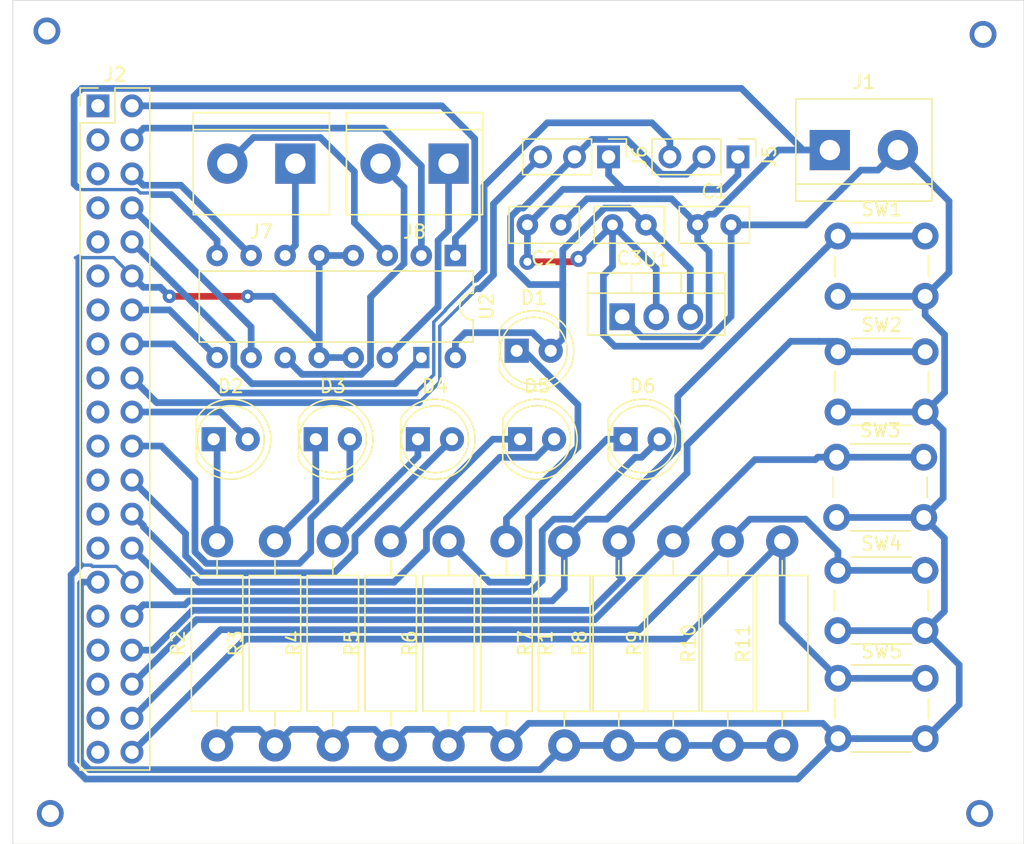
<source format=kicad_pcb>
(kicad_pcb (version 20171130) (host pcbnew "(5.1.2)-2")

  (general
    (thickness 1.6)
    (drawings 5)
    (tracks 358)
    (zones 0)
    (modules 33)
    (nets 52)
  )

  (page A4)
  (layers
    (0 F.Cu signal)
    (31 B.Cu signal)
    (32 B.Adhes user)
    (33 F.Adhes user)
    (34 B.Paste user)
    (35 F.Paste user)
    (36 B.SilkS user)
    (37 F.SilkS user)
    (38 B.Mask user)
    (39 F.Mask user)
    (40 Dwgs.User user)
    (41 Cmts.User user)
    (42 Eco1.User user)
    (43 Eco2.User user)
    (44 Edge.Cuts user)
    (45 Margin user)
    (46 B.CrtYd user)
    (47 F.CrtYd user)
    (48 B.Fab user)
    (49 F.Fab user)
  )

  (setup
    (last_trace_width 0.5)
    (user_trace_width 0.5)
    (user_trace_width 0.7)
    (trace_clearance 0.2)
    (zone_clearance 0.508)
    (zone_45_only no)
    (trace_min 0.2)
    (via_size 0.8)
    (via_drill 0.4)
    (via_min_size 0.4)
    (via_min_drill 0.3)
    (uvia_size 0.3)
    (uvia_drill 0.1)
    (uvias_allowed no)
    (uvia_min_size 0.2)
    (uvia_min_drill 0.1)
    (edge_width 0.05)
    (segment_width 0.2)
    (pcb_text_width 0.3)
    (pcb_text_size 1.5 1.5)
    (mod_edge_width 0.12)
    (mod_text_size 1 1)
    (mod_text_width 0.15)
    (pad_size 1.6 1.2)
    (pad_drill 0.8)
    (pad_to_mask_clearance 0.051)
    (solder_mask_min_width 0.25)
    (aux_axis_origin 0 0)
    (visible_elements 7FFFEFFF)
    (pcbplotparams
      (layerselection 0x010fc_ffffffff)
      (usegerberextensions false)
      (usegerberattributes false)
      (usegerberadvancedattributes false)
      (creategerberjobfile false)
      (excludeedgelayer true)
      (linewidth 0.100000)
      (plotframeref false)
      (viasonmask false)
      (mode 1)
      (useauxorigin false)
      (hpglpennumber 1)
      (hpglpenspeed 20)
      (hpglpendiameter 15.000000)
      (psnegative false)
      (psa4output false)
      (plotreference true)
      (plotvalue true)
      (plotinvisibletext false)
      (padsonsilk false)
      (subtractmaskfromsilk false)
      (outputformat 3)
      (mirror false)
      (drillshape 0)
      (scaleselection 1)
      (outputdirectory ""))
  )

  (net 0 "")
  (net 1 /V_MOTOR)
  (net 2 GND)
  (net 3 VCC)
  (net 4 "Net-(D1-Pad1)")
  (net 5 "Net-(D2-Pad1)")
  (net 6 /PIN_N11)
  (net 7 "Net-(D3-Pad1)")
  (net 8 /PIN_K16)
  (net 9 /PIN_L15)
  (net 10 "Net-(D4-Pad1)")
  (net 11 "Net-(D5-Pad1)")
  (net 12 /PIN_P16)
  (net 13 /PIN_N16)
  (net 14 "Net-(D6-Pad1)")
  (net 15 /PIN_M10)
  (net 16 /PIN_J16)
  (net 17 /PIN_J13)
  (net 18 PIN_F13)
  (net 19 PIN_T15)
  (net 20 PIN_T13)
  (net 21 PIN_T12)
  (net 22 PIN_T11)
  (net 23 PIN_R11)
  (net 24 /PIN_R10)
  (net 25 /PIN_P9)
  (net 26 +3V3)
  (net 27 "Net-(J7-Pad1)")
  (net 28 "Net-(J7-Pad2)")
  (net 29 "Net-(J8-Pad1)")
  (net 30 "Net-(J8-Pad2)")
  (net 31 "Net-(J2-Pad1)")
  (net 32 "Net-(J2-Pad3)")
  (net 33 "Net-(J2-Pad5)")
  (net 34 "Net-(J2-Pad7)")
  (net 35 "Net-(J2-Pad9)")
  (net 36 "Net-(J2-Pad11)")
  (net 37 "Net-(J2-Pad13)")
  (net 38 "Net-(J2-Pad15)")
  (net 39 "Net-(J2-Pad17)")
  (net 40 "Net-(J2-Pad19)")
  (net 41 "Net-(J2-Pad21)")
  (net 42 "Net-(J2-Pad23)")
  (net 43 "Net-(J2-Pad25)")
  (net 44 "Net-(J2-Pad27)")
  (net 45 "Net-(J2-Pad31)")
  (net 46 "Net-(J2-Pad33)")
  (net 47 "Net-(J2-Pad32)")
  (net 48 "Net-(J2-Pad34)")
  (net 49 "Net-(J2-Pad36)")
  (net 50 "Net-(J2-Pad38)")
  (net 51 "Net-(J2-Pad40)")

  (net_class Default "This is the default net class."
    (clearance 0.2)
    (trace_width 0.25)
    (via_dia 0.8)
    (via_drill 0.4)
    (uvia_dia 0.3)
    (uvia_drill 0.1)
    (add_net +3V3)
    (add_net /PIN_J13)
    (add_net /PIN_J16)
    (add_net /PIN_K16)
    (add_net /PIN_L15)
    (add_net /PIN_M10)
    (add_net /PIN_N11)
    (add_net /PIN_N16)
    (add_net /PIN_P16)
    (add_net /PIN_P9)
    (add_net /PIN_R10)
    (add_net /V_MOTOR)
    (add_net GND)
    (add_net "Net-(D1-Pad1)")
    (add_net "Net-(D2-Pad1)")
    (add_net "Net-(D3-Pad1)")
    (add_net "Net-(D4-Pad1)")
    (add_net "Net-(D5-Pad1)")
    (add_net "Net-(D6-Pad1)")
    (add_net "Net-(J2-Pad1)")
    (add_net "Net-(J2-Pad11)")
    (add_net "Net-(J2-Pad13)")
    (add_net "Net-(J2-Pad15)")
    (add_net "Net-(J2-Pad17)")
    (add_net "Net-(J2-Pad19)")
    (add_net "Net-(J2-Pad21)")
    (add_net "Net-(J2-Pad23)")
    (add_net "Net-(J2-Pad25)")
    (add_net "Net-(J2-Pad27)")
    (add_net "Net-(J2-Pad3)")
    (add_net "Net-(J2-Pad31)")
    (add_net "Net-(J2-Pad32)")
    (add_net "Net-(J2-Pad33)")
    (add_net "Net-(J2-Pad34)")
    (add_net "Net-(J2-Pad36)")
    (add_net "Net-(J2-Pad38)")
    (add_net "Net-(J2-Pad40)")
    (add_net "Net-(J2-Pad5)")
    (add_net "Net-(J2-Pad7)")
    (add_net "Net-(J2-Pad9)")
    (add_net "Net-(J7-Pad1)")
    (add_net "Net-(J7-Pad2)")
    (add_net "Net-(J8-Pad1)")
    (add_net "Net-(J8-Pad2)")
    (add_net PIN_F13)
    (add_net PIN_R11)
    (add_net PIN_T11)
    (add_net PIN_T12)
    (add_net PIN_T13)
    (add_net PIN_T15)
    (add_net VCC)
  )

  (module Connector_PinHeader_2.54mm:PinHeader_1x03_P2.54mm_Vertical (layer F.Cu) (tedit 59FED5CC) (tstamp 5E11DD88)
    (at 135.636 37.338 270)
    (descr "Through hole straight pin header, 1x03, 2.54mm pitch, single row")
    (tags "Through hole pin header THT 1x03 2.54mm single row")
    (path /5E133AA5)
    (fp_text reference J5 (at 0 -2.33 90) (layer F.SilkS)
      (effects (font (size 1 1) (thickness 0.15)))
    )
    (fp_text value servo1 (at 0 7.41 90) (layer F.Fab)
      (effects (font (size 1 1) (thickness 0.15)))
    )
    (fp_text user %R (at 0.254 2.54) (layer F.Fab)
      (effects (font (size 1 1) (thickness 0.15)))
    )
    (fp_line (start 1.8 -1.8) (end -1.8 -1.8) (layer F.CrtYd) (width 0.05))
    (fp_line (start 1.8 6.85) (end 1.8 -1.8) (layer F.CrtYd) (width 0.05))
    (fp_line (start -1.8 6.85) (end 1.8 6.85) (layer F.CrtYd) (width 0.05))
    (fp_line (start -1.8 -1.8) (end -1.8 6.85) (layer F.CrtYd) (width 0.05))
    (fp_line (start -1.33 -1.33) (end 0 -1.33) (layer F.SilkS) (width 0.12))
    (fp_line (start -1.33 0) (end -1.33 -1.33) (layer F.SilkS) (width 0.12))
    (fp_line (start -1.33 1.27) (end 1.33 1.27) (layer F.SilkS) (width 0.12))
    (fp_line (start 1.33 1.27) (end 1.33 6.41) (layer F.SilkS) (width 0.12))
    (fp_line (start -1.33 1.27) (end -1.33 6.41) (layer F.SilkS) (width 0.12))
    (fp_line (start -1.33 6.41) (end 1.33 6.41) (layer F.SilkS) (width 0.12))
    (fp_line (start -1.27 -0.635) (end -0.635 -1.27) (layer F.Fab) (width 0.1))
    (fp_line (start -1.27 6.35) (end -1.27 -0.635) (layer F.Fab) (width 0.1))
    (fp_line (start 1.27 6.35) (end -1.27 6.35) (layer F.Fab) (width 0.1))
    (fp_line (start 1.27 -1.27) (end 1.27 6.35) (layer F.Fab) (width 0.1))
    (fp_line (start -0.635 -1.27) (end 1.27 -1.27) (layer F.Fab) (width 0.1))
    (pad 3 thru_hole oval (at 0 5.08 270) (size 1.7 1.7) (drill 1) (layers *.Cu *.Mask)
      (net 24 /PIN_R10))
    (pad 2 thru_hole oval (at 0 2.54 270) (size 1.7 1.7) (drill 1) (layers *.Cu *.Mask)
      (net 3 VCC))
    (pad 1 thru_hole rect (at 0 0 270) (size 1.7 1.7) (drill 1) (layers *.Cu *.Mask)
      (net 2 GND))
    (model ${KISYS3DMOD}/Connector_PinHeader_2.54mm.3dshapes/PinHeader_1x03_P2.54mm_Vertical.wrl
      (at (xyz 0 0 0))
      (scale (xyz 1 1 1))
      (rotate (xyz 0 0 0))
    )
  )

  (module Resistor_THT:R_Axial_DIN0411_L9.9mm_D3.6mm_P15.24mm_Horizontal (layer F.Cu) (tedit 5AE5139B) (tstamp 5E122C65)
    (at 118.364 66.04 270)
    (descr "Resistor, Axial_DIN0411 series, Axial, Horizontal, pin pitch=15.24mm, 1W, length*diameter=9.9*3.6mm^2")
    (tags "Resistor Axial_DIN0411 series Axial Horizontal pin pitch 15.24mm 1W length 9.9mm diameter 3.6mm")
    (path /5E169990)
    (fp_text reference R1 (at 7.62 -2.92 90) (layer F.SilkS)
      (effects (font (size 1 1) (thickness 0.15)))
    )
    (fp_text value 0.1 (at 7.62 2.92 90) (layer F.Fab)
      (effects (font (size 1 1) (thickness 0.15)))
    )
    (fp_line (start 2.67 -1.8) (end 2.67 1.8) (layer F.Fab) (width 0.1))
    (fp_line (start 2.67 1.8) (end 12.57 1.8) (layer F.Fab) (width 0.1))
    (fp_line (start 12.57 1.8) (end 12.57 -1.8) (layer F.Fab) (width 0.1))
    (fp_line (start 12.57 -1.8) (end 2.67 -1.8) (layer F.Fab) (width 0.1))
    (fp_line (start 0 0) (end 2.67 0) (layer F.Fab) (width 0.1))
    (fp_line (start 15.24 0) (end 12.57 0) (layer F.Fab) (width 0.1))
    (fp_line (start 2.55 -1.92) (end 2.55 1.92) (layer F.SilkS) (width 0.12))
    (fp_line (start 2.55 1.92) (end 12.69 1.92) (layer F.SilkS) (width 0.12))
    (fp_line (start 12.69 1.92) (end 12.69 -1.92) (layer F.SilkS) (width 0.12))
    (fp_line (start 12.69 -1.92) (end 2.55 -1.92) (layer F.SilkS) (width 0.12))
    (fp_line (start 1.44 0) (end 2.55 0) (layer F.SilkS) (width 0.12))
    (fp_line (start 13.8 0) (end 12.69 0) (layer F.SilkS) (width 0.12))
    (fp_line (start -1.45 -2.05) (end -1.45 2.05) (layer F.CrtYd) (width 0.05))
    (fp_line (start -1.45 2.05) (end 16.69 2.05) (layer F.CrtYd) (width 0.05))
    (fp_line (start 16.69 2.05) (end 16.69 -2.05) (layer F.CrtYd) (width 0.05))
    (fp_line (start 16.69 -2.05) (end -1.45 -2.05) (layer F.CrtYd) (width 0.05))
    (fp_text user %R (at 7.62 0 90) (layer F.Fab)
      (effects (font (size 1 1) (thickness 0.15)))
    )
    (pad 1 thru_hole circle (at 0 0 270) (size 2.4 2.4) (drill 1.2) (layers *.Cu *.Mask)
      (net 4 "Net-(D1-Pad1)"))
    (pad 2 thru_hole oval (at 15.24 0 270) (size 2.4 2.4) (drill 1.2) (layers *.Cu *.Mask)
      (net 2 GND))
    (model ${KISYS3DMOD}/Resistor_THT.3dshapes/R_Axial_DIN0411_L9.9mm_D3.6mm_P15.24mm_Horizontal.wrl
      (at (xyz 0 0 0))
      (scale (xyz 1 1 1))
      (rotate (xyz 0 0 0))
    )
  )

  (module Package_TO_SOT_THT:TO-220-3_Vertical (layer F.Cu) (tedit 5AC8BA0D) (tstamp 5E11DF08)
    (at 127 49.276)
    (descr "TO-220-3, Vertical, RM 2.54mm, see https://www.vishay.com/docs/66542/to-220-1.pdf")
    (tags "TO-220-3 Vertical RM 2.54mm")
    (path /5E1603AA)
    (fp_text reference U1 (at 2.54 -4.27) (layer F.SilkS)
      (effects (font (size 1 1) (thickness 0.15)))
    )
    (fp_text value LM78M05_TO220 (at 2.54 2.5) (layer F.Fab)
      (effects (font (size 1 1) (thickness 0.15)))
    )
    (fp_line (start -2.46 -3.15) (end -2.46 1.25) (layer F.Fab) (width 0.1))
    (fp_line (start -2.46 1.25) (end 7.54 1.25) (layer F.Fab) (width 0.1))
    (fp_line (start 7.54 1.25) (end 7.54 -3.15) (layer F.Fab) (width 0.1))
    (fp_line (start 7.54 -3.15) (end -2.46 -3.15) (layer F.Fab) (width 0.1))
    (fp_line (start -2.46 -1.88) (end 7.54 -1.88) (layer F.Fab) (width 0.1))
    (fp_line (start 0.69 -3.15) (end 0.69 -1.88) (layer F.Fab) (width 0.1))
    (fp_line (start 4.39 -3.15) (end 4.39 -1.88) (layer F.Fab) (width 0.1))
    (fp_line (start -2.58 -3.27) (end 7.66 -3.27) (layer F.SilkS) (width 0.12))
    (fp_line (start -2.58 1.371) (end 7.66 1.371) (layer F.SilkS) (width 0.12))
    (fp_line (start -2.58 -3.27) (end -2.58 1.371) (layer F.SilkS) (width 0.12))
    (fp_line (start 7.66 -3.27) (end 7.66 1.371) (layer F.SilkS) (width 0.12))
    (fp_line (start -2.58 -1.76) (end 7.66 -1.76) (layer F.SilkS) (width 0.12))
    (fp_line (start 0.69 -3.27) (end 0.69 -1.76) (layer F.SilkS) (width 0.12))
    (fp_line (start 4.391 -3.27) (end 4.391 -1.76) (layer F.SilkS) (width 0.12))
    (fp_line (start -2.71 -3.4) (end -2.71 1.51) (layer F.CrtYd) (width 0.05))
    (fp_line (start -2.71 1.51) (end 7.79 1.51) (layer F.CrtYd) (width 0.05))
    (fp_line (start 7.79 1.51) (end 7.79 -3.4) (layer F.CrtYd) (width 0.05))
    (fp_line (start 7.79 -3.4) (end -2.71 -3.4) (layer F.CrtYd) (width 0.05))
    (fp_text user %R (at 2.54 -4.27) (layer F.Fab)
      (effects (font (size 1 1) (thickness 0.15)))
    )
    (pad 1 thru_hole rect (at 0 0) (size 1.905 2) (drill 1.1) (layers *.Cu *.Mask)
      (net 1 /V_MOTOR))
    (pad 2 thru_hole oval (at 2.54 0) (size 1.905 2) (drill 1.1) (layers *.Cu *.Mask)
      (net 2 GND))
    (pad 3 thru_hole oval (at 5.08 0) (size 1.905 2) (drill 1.1) (layers *.Cu *.Mask)
      (net 3 VCC))
    (model ${KISYS3DMOD}/Package_TO_SOT_THT.3dshapes/TO-220-3_Vertical.wrl
      (at (xyz 0 0 0))
      (scale (xyz 1 1 1))
      (rotate (xyz 0 0 0))
    )
  )

  (module Resistor_THT:R_Axial_DIN0411_L9.9mm_D3.6mm_P15.24mm_Horizontal (layer F.Cu) (tedit 5AE5139B) (tstamp 5E122CA7)
    (at 114.046 81.28 90)
    (descr "Resistor, Axial_DIN0411 series, Axial, Horizontal, pin pitch=15.24mm, 1W, length*diameter=9.9*3.6mm^2")
    (tags "Resistor Axial_DIN0411 series Axial Horizontal pin pitch 15.24mm 1W length 9.9mm diameter 3.6mm")
    (path /5E1CF79E)
    (fp_text reference R6 (at 7.62 -2.92 90) (layer F.SilkS)
      (effects (font (size 1 1) (thickness 0.15)))
    )
    (fp_text value 1K (at 7.62 2.92 90) (layer F.Fab)
      (effects (font (size 1 1) (thickness 0.15)))
    )
    (fp_line (start 2.67 -1.8) (end 2.67 1.8) (layer F.Fab) (width 0.1))
    (fp_line (start 2.67 1.8) (end 12.57 1.8) (layer F.Fab) (width 0.1))
    (fp_line (start 12.57 1.8) (end 12.57 -1.8) (layer F.Fab) (width 0.1))
    (fp_line (start 12.57 -1.8) (end 2.67 -1.8) (layer F.Fab) (width 0.1))
    (fp_line (start 0 0) (end 2.67 0) (layer F.Fab) (width 0.1))
    (fp_line (start 15.24 0) (end 12.57 0) (layer F.Fab) (width 0.1))
    (fp_line (start 2.55 -1.92) (end 2.55 1.92) (layer F.SilkS) (width 0.12))
    (fp_line (start 2.55 1.92) (end 12.69 1.92) (layer F.SilkS) (width 0.12))
    (fp_line (start 12.69 1.92) (end 12.69 -1.92) (layer F.SilkS) (width 0.12))
    (fp_line (start 12.69 -1.92) (end 2.55 -1.92) (layer F.SilkS) (width 0.12))
    (fp_line (start 1.44 0) (end 2.55 0) (layer F.SilkS) (width 0.12))
    (fp_line (start 13.8 0) (end 12.69 0) (layer F.SilkS) (width 0.12))
    (fp_line (start -1.45 -2.05) (end -1.45 2.05) (layer F.CrtYd) (width 0.05))
    (fp_line (start -1.45 2.05) (end 16.69 2.05) (layer F.CrtYd) (width 0.05))
    (fp_line (start 16.69 2.05) (end 16.69 -2.05) (layer F.CrtYd) (width 0.05))
    (fp_line (start 16.69 -2.05) (end -1.45 -2.05) (layer F.CrtYd) (width 0.05))
    (fp_text user %R (at 7.62 0 90) (layer F.Fab)
      (effects (font (size 1 1) (thickness 0.15)))
    )
    (pad 1 thru_hole circle (at 0 0 90) (size 2.4 2.4) (drill 1.2) (layers *.Cu *.Mask)
      (net 2 GND))
    (pad 2 thru_hole oval (at 15.24 0 90) (size 2.4 2.4) (drill 1.2) (layers *.Cu *.Mask)
      (net 14 "Net-(D6-Pad1)"))
    (model ${KISYS3DMOD}/Resistor_THT.3dshapes/R_Axial_DIN0411_L9.9mm_D3.6mm_P15.24mm_Horizontal.wrl
      (at (xyz 0 0 0))
      (scale (xyz 1 1 1))
      (rotate (xyz 0 0 0))
    )
  )

  (module Button_Switch_THT:SW_PUSH_6mm (layer F.Cu) (tedit 5A02FE31) (tstamp 5E11DE91)
    (at 143.106 51.888)
    (descr https://www.omron.com/ecb/products/pdf/en-b3f.pdf)
    (tags "tact sw push 6mm")
    (path /5E236114)
    (fp_text reference SW2 (at 3.25 -2) (layer F.SilkS)
      (effects (font (size 1 1) (thickness 0.15)))
    )
    (fp_text value SW_Push (at 3.75 6.7) (layer F.Fab)
      (effects (font (size 1 1) (thickness 0.15)))
    )
    (fp_circle (center 3.25 2.25) (end 1.25 2.5) (layer F.Fab) (width 0.1))
    (fp_line (start 6.75 3) (end 6.75 1.5) (layer F.SilkS) (width 0.12))
    (fp_line (start 5.5 -1) (end 1 -1) (layer F.SilkS) (width 0.12))
    (fp_line (start -0.25 1.5) (end -0.25 3) (layer F.SilkS) (width 0.12))
    (fp_line (start 1 5.5) (end 5.5 5.5) (layer F.SilkS) (width 0.12))
    (fp_line (start 8 -1.25) (end 8 5.75) (layer F.CrtYd) (width 0.05))
    (fp_line (start 7.75 6) (end -1.25 6) (layer F.CrtYd) (width 0.05))
    (fp_line (start -1.5 5.75) (end -1.5 -1.25) (layer F.CrtYd) (width 0.05))
    (fp_line (start -1.25 -1.5) (end 7.75 -1.5) (layer F.CrtYd) (width 0.05))
    (fp_line (start -1.5 6) (end -1.25 6) (layer F.CrtYd) (width 0.05))
    (fp_line (start -1.5 5.75) (end -1.5 6) (layer F.CrtYd) (width 0.05))
    (fp_line (start -1.5 -1.5) (end -1.25 -1.5) (layer F.CrtYd) (width 0.05))
    (fp_line (start -1.5 -1.25) (end -1.5 -1.5) (layer F.CrtYd) (width 0.05))
    (fp_line (start 8 -1.5) (end 8 -1.25) (layer F.CrtYd) (width 0.05))
    (fp_line (start 7.75 -1.5) (end 8 -1.5) (layer F.CrtYd) (width 0.05))
    (fp_line (start 8 6) (end 8 5.75) (layer F.CrtYd) (width 0.05))
    (fp_line (start 7.75 6) (end 8 6) (layer F.CrtYd) (width 0.05))
    (fp_line (start 0.25 -0.75) (end 3.25 -0.75) (layer F.Fab) (width 0.1))
    (fp_line (start 0.25 5.25) (end 0.25 -0.75) (layer F.Fab) (width 0.1))
    (fp_line (start 6.25 5.25) (end 0.25 5.25) (layer F.Fab) (width 0.1))
    (fp_line (start 6.25 -0.75) (end 6.25 5.25) (layer F.Fab) (width 0.1))
    (fp_line (start 3.25 -0.75) (end 6.25 -0.75) (layer F.Fab) (width 0.1))
    (fp_text user %R (at 3.25 2.25) (layer F.Fab)
      (effects (font (size 1 1) (thickness 0.15)))
    )
    (pad 1 thru_hole circle (at 6.5 0 90) (size 2 2) (drill 1.1) (layers *.Cu *.Mask)
      (net 48 "Net-(J2-Pad34)"))
    (pad 2 thru_hole circle (at 6.5 4.5 90) (size 2 2) (drill 1.1) (layers *.Cu *.Mask)
      (net 2 GND))
    (pad 1 thru_hole circle (at 0 0 90) (size 2 2) (drill 1.1) (layers *.Cu *.Mask)
      (net 48 "Net-(J2-Pad34)"))
    (pad 2 thru_hole circle (at 0 4.5 90) (size 2 2) (drill 1.1) (layers *.Cu *.Mask)
      (net 2 GND))
    (model ${KISYS3DMOD}/Button_Switch_THT.3dshapes/SW_PUSH_6mm.wrl
      (at (xyz 0 0 0))
      (scale (xyz 1 1 1))
      (rotate (xyz 0 0 0))
    )
  )

  (module Resistor_THT:R_Axial_DIN0411_L9.9mm_D3.6mm_P15.24mm_Horizontal (layer F.Cu) (tedit 5AE5139B) (tstamp 5E122BE1)
    (at 109.728 81.28 90)
    (descr "Resistor, Axial_DIN0411 series, Axial, Horizontal, pin pitch=15.24mm, 1W, length*diameter=9.9*3.6mm^2")
    (tags "Resistor Axial_DIN0411 series Axial Horizontal pin pitch 15.24mm 1W length 9.9mm diameter 3.6mm")
    (path /5E1C69B7)
    (fp_text reference R5 (at 7.62 -2.92 90) (layer F.SilkS)
      (effects (font (size 1 1) (thickness 0.15)))
    )
    (fp_text value 1K (at 7.62 2.92 90) (layer F.Fab)
      (effects (font (size 1 1) (thickness 0.15)))
    )
    (fp_text user %R (at 7.62 0 90) (layer F.Fab)
      (effects (font (size 1 1) (thickness 0.15)))
    )
    (fp_line (start 16.69 -2.05) (end -1.45 -2.05) (layer F.CrtYd) (width 0.05))
    (fp_line (start 16.69 2.05) (end 16.69 -2.05) (layer F.CrtYd) (width 0.05))
    (fp_line (start -1.45 2.05) (end 16.69 2.05) (layer F.CrtYd) (width 0.05))
    (fp_line (start -1.45 -2.05) (end -1.45 2.05) (layer F.CrtYd) (width 0.05))
    (fp_line (start 13.8 0) (end 12.69 0) (layer F.SilkS) (width 0.12))
    (fp_line (start 1.44 0) (end 2.55 0) (layer F.SilkS) (width 0.12))
    (fp_line (start 12.69 -1.92) (end 2.55 -1.92) (layer F.SilkS) (width 0.12))
    (fp_line (start 12.69 1.92) (end 12.69 -1.92) (layer F.SilkS) (width 0.12))
    (fp_line (start 2.55 1.92) (end 12.69 1.92) (layer F.SilkS) (width 0.12))
    (fp_line (start 2.55 -1.92) (end 2.55 1.92) (layer F.SilkS) (width 0.12))
    (fp_line (start 15.24 0) (end 12.57 0) (layer F.Fab) (width 0.1))
    (fp_line (start 0 0) (end 2.67 0) (layer F.Fab) (width 0.1))
    (fp_line (start 12.57 -1.8) (end 2.67 -1.8) (layer F.Fab) (width 0.1))
    (fp_line (start 12.57 1.8) (end 12.57 -1.8) (layer F.Fab) (width 0.1))
    (fp_line (start 2.67 1.8) (end 12.57 1.8) (layer F.Fab) (width 0.1))
    (fp_line (start 2.67 -1.8) (end 2.67 1.8) (layer F.Fab) (width 0.1))
    (pad 2 thru_hole oval (at 15.24 0 90) (size 2.4 2.4) (drill 1.2) (layers *.Cu *.Mask)
      (net 11 "Net-(D5-Pad1)"))
    (pad 1 thru_hole circle (at 0 0 90) (size 2.4 2.4) (drill 1.2) (layers *.Cu *.Mask)
      (net 2 GND))
    (model ${KISYS3DMOD}/Resistor_THT.3dshapes/R_Axial_DIN0411_L9.9mm_D3.6mm_P15.24mm_Horizontal.wrl
      (at (xyz 0 0 0))
      (scale (xyz 1 1 1))
      (rotate (xyz 0 0 0))
    )
  )

  (module Capacitor_THT:C_Disc_D5.0mm_W2.5mm_P2.50mm (layer F.Cu) (tedit 5AE50EF0) (tstamp 5E11DC73)
    (at 132.628 42.418)
    (descr "C, Disc series, Radial, pin pitch=2.50mm, , diameter*width=5*2.5mm^2, Capacitor, http://cdn-reichelt.de/documents/datenblatt/B300/DS_KERKO_TC.pdf")
    (tags "C Disc series Radial pin pitch 2.50mm  diameter 5mm width 2.5mm Capacitor")
    (path /5E18765B)
    (fp_text reference C1 (at 1.25 -2.5) (layer F.SilkS)
      (effects (font (size 1 1) (thickness 0.15)))
    )
    (fp_text value 2.2uf (at 1.25 2.5) (layer F.Fab)
      (effects (font (size 1 1) (thickness 0.15)))
    )
    (fp_line (start -1.25 -1.25) (end -1.25 1.25) (layer F.Fab) (width 0.1))
    (fp_line (start -1.25 1.25) (end 3.75 1.25) (layer F.Fab) (width 0.1))
    (fp_line (start 3.75 1.25) (end 3.75 -1.25) (layer F.Fab) (width 0.1))
    (fp_line (start 3.75 -1.25) (end -1.25 -1.25) (layer F.Fab) (width 0.1))
    (fp_line (start -1.37 -1.37) (end 3.87 -1.37) (layer F.SilkS) (width 0.12))
    (fp_line (start -1.37 1.37) (end 3.87 1.37) (layer F.SilkS) (width 0.12))
    (fp_line (start -1.37 -1.37) (end -1.37 1.37) (layer F.SilkS) (width 0.12))
    (fp_line (start 3.87 -1.37) (end 3.87 1.37) (layer F.SilkS) (width 0.12))
    (fp_line (start -1.5 -1.5) (end -1.5 1.5) (layer F.CrtYd) (width 0.05))
    (fp_line (start -1.5 1.5) (end 4 1.5) (layer F.CrtYd) (width 0.05))
    (fp_line (start 4 1.5) (end 4 -1.5) (layer F.CrtYd) (width 0.05))
    (fp_line (start 4 -1.5) (end -1.5 -1.5) (layer F.CrtYd) (width 0.05))
    (fp_text user %R (at 1.044999 -1.001001) (layer F.Fab)
      (effects (font (size 1 1) (thickness 0.15)))
    )
    (pad 1 thru_hole circle (at 0 0) (size 1.6 1.6) (drill 0.8) (layers *.Cu *.Mask)
      (net 1 /V_MOTOR))
    (pad 2 thru_hole circle (at 2.5 0) (size 1.6 1.6) (drill 0.8) (layers *.Cu *.Mask)
      (net 2 GND))
    (model ${KISYS3DMOD}/Capacitor_THT.3dshapes/C_Disc_D5.0mm_W2.5mm_P2.50mm.wrl
      (at (xyz 0 0 0))
      (scale (xyz 1 1 1))
      (rotate (xyz 0 0 0))
    )
  )

  (module Capacitor_THT:C_Disc_D5.0mm_W2.5mm_P2.50mm (layer F.Cu) (tedit 5AE50EF0) (tstamp 5E11DC86)
    (at 122.428 42.418 180)
    (descr "C, Disc series, Radial, pin pitch=2.50mm, , diameter*width=5*2.5mm^2, Capacitor, http://cdn-reichelt.de/documents/datenblatt/B300/DS_KERKO_TC.pdf")
    (tags "C Disc series Radial pin pitch 2.50mm  diameter 5mm width 2.5mm Capacitor")
    (path /5E176963)
    (fp_text reference C2 (at 1.25 -2.5) (layer F.SilkS)
      (effects (font (size 1 1) (thickness 0.15)))
    )
    (fp_text value 0.3uf (at 1.25 2.5) (layer F.Fab)
      (effects (font (size 1 1) (thickness 0.15)))
    )
    (fp_text user %R (at 1.25 0) (layer F.Fab)
      (effects (font (size 1 1) (thickness 0.15)))
    )
    (fp_line (start 4 -1.5) (end -1.5 -1.5) (layer F.CrtYd) (width 0.05))
    (fp_line (start 4 1.5) (end 4 -1.5) (layer F.CrtYd) (width 0.05))
    (fp_line (start -1.5 1.5) (end 4 1.5) (layer F.CrtYd) (width 0.05))
    (fp_line (start -1.5 -1.5) (end -1.5 1.5) (layer F.CrtYd) (width 0.05))
    (fp_line (start 3.87 -1.37) (end 3.87 1.37) (layer F.SilkS) (width 0.12))
    (fp_line (start -1.37 -1.37) (end -1.37 1.37) (layer F.SilkS) (width 0.12))
    (fp_line (start -1.37 1.37) (end 3.87 1.37) (layer F.SilkS) (width 0.12))
    (fp_line (start -1.37 -1.37) (end 3.87 -1.37) (layer F.SilkS) (width 0.12))
    (fp_line (start 3.75 -1.25) (end -1.25 -1.25) (layer F.Fab) (width 0.1))
    (fp_line (start 3.75 1.25) (end 3.75 -1.25) (layer F.Fab) (width 0.1))
    (fp_line (start -1.25 1.25) (end 3.75 1.25) (layer F.Fab) (width 0.1))
    (fp_line (start -1.25 -1.25) (end -1.25 1.25) (layer F.Fab) (width 0.1))
    (pad 2 thru_hole circle (at 2.5 0 180) (size 1.6 1.6) (drill 0.8) (layers *.Cu *.Mask)
      (net 2 GND))
    (pad 1 thru_hole circle (at 0 0 180) (size 1.6 1.6) (drill 0.8) (layers *.Cu *.Mask)
      (net 1 /V_MOTOR))
    (model ${KISYS3DMOD}/Capacitor_THT.3dshapes/C_Disc_D5.0mm_W2.5mm_P2.50mm.wrl
      (at (xyz 0 0 0))
      (scale (xyz 1 1 1))
      (rotate (xyz 0 0 0))
    )
  )

  (module Capacitor_THT:C_Disc_D5.0mm_W2.5mm_P2.50mm (layer F.Cu) (tedit 5AE50EF0) (tstamp 5E11DC99)
    (at 128.778 42.418 180)
    (descr "C, Disc series, Radial, pin pitch=2.50mm, , diameter*width=5*2.5mm^2, Capacitor, http://cdn-reichelt.de/documents/datenblatt/B300/DS_KERKO_TC.pdf")
    (tags "C Disc series Radial pin pitch 2.50mm  diameter 5mm width 2.5mm Capacitor")
    (path /5E167B36)
    (fp_text reference C3 (at 1.25 -2.5) (layer F.SilkS)
      (effects (font (size 1 1) (thickness 0.15)))
    )
    (fp_text value 0.1uf (at 1.25 2.5) (layer F.Fab)
      (effects (font (size 1 1) (thickness 0.15)))
    )
    (fp_line (start -1.25 -1.25) (end -1.25 1.25) (layer F.Fab) (width 0.1))
    (fp_line (start -1.25 1.25) (end 3.75 1.25) (layer F.Fab) (width 0.1))
    (fp_line (start 3.75 1.25) (end 3.75 -1.25) (layer F.Fab) (width 0.1))
    (fp_line (start 3.75 -1.25) (end -1.25 -1.25) (layer F.Fab) (width 0.1))
    (fp_line (start -1.37 -1.37) (end 3.87 -1.37) (layer F.SilkS) (width 0.12))
    (fp_line (start -1.37 1.37) (end 3.87 1.37) (layer F.SilkS) (width 0.12))
    (fp_line (start -1.37 -1.37) (end -1.37 1.37) (layer F.SilkS) (width 0.12))
    (fp_line (start 3.87 -1.37) (end 3.87 1.37) (layer F.SilkS) (width 0.12))
    (fp_line (start -1.5 -1.5) (end -1.5 1.5) (layer F.CrtYd) (width 0.05))
    (fp_line (start -1.5 1.5) (end 4 1.5) (layer F.CrtYd) (width 0.05))
    (fp_line (start 4 1.5) (end 4 -1.5) (layer F.CrtYd) (width 0.05))
    (fp_line (start 4 -1.5) (end -1.5 -1.5) (layer F.CrtYd) (width 0.05))
    (fp_text user %R (at 1.25 0) (layer F.Fab)
      (effects (font (size 1 1) (thickness 0.15)))
    )
    (pad 1 thru_hole circle (at 0 0 180) (size 1.6 1.6) (drill 0.8) (layers *.Cu *.Mask)
      (net 3 VCC))
    (pad 2 thru_hole circle (at 2.5 0 180) (size 1.6 1.6) (drill 0.8) (layers *.Cu *.Mask)
      (net 2 GND))
    (model ${KISYS3DMOD}/Capacitor_THT.3dshapes/C_Disc_D5.0mm_W2.5mm_P2.50mm.wrl
      (at (xyz 0 0 0))
      (scale (xyz 1 1 1))
      (rotate (xyz 0 0 0))
    )
  )

  (module LED_THT:LED_D5.0mm (layer F.Cu) (tedit 5995936A) (tstamp 5E11DCAB)
    (at 119.126 51.816)
    (descr "LED, diameter 5.0mm, 2 pins, http://cdn-reichelt.de/documents/datenblatt/A500/LL-504BC2E-009.pdf")
    (tags "LED diameter 5.0mm 2 pins")
    (path /5E16A578)
    (fp_text reference D1 (at 1.27 -3.96) (layer F.SilkS)
      (effects (font (size 1 1) (thickness 0.15)))
    )
    (fp_text value LED (at 1.27 3.96) (layer F.Fab)
      (effects (font (size 1 1) (thickness 0.15)))
    )
    (fp_text user %R (at 1.524 -2.032) (layer F.Fab)
      (effects (font (size 0.8 0.8) (thickness 0.2)))
    )
    (fp_line (start 4.5 -3.25) (end -1.95 -3.25) (layer F.CrtYd) (width 0.05))
    (fp_line (start 4.5 3.25) (end 4.5 -3.25) (layer F.CrtYd) (width 0.05))
    (fp_line (start -1.95 3.25) (end 4.5 3.25) (layer F.CrtYd) (width 0.05))
    (fp_line (start -1.95 -3.25) (end -1.95 3.25) (layer F.CrtYd) (width 0.05))
    (fp_line (start -1.29 -1.545) (end -1.29 1.545) (layer F.SilkS) (width 0.12))
    (fp_line (start -1.23 -1.469694) (end -1.23 1.469694) (layer F.Fab) (width 0.1))
    (fp_circle (center 1.27 0) (end 3.77 0) (layer F.SilkS) (width 0.12))
    (fp_circle (center 1.27 0) (end 3.77 0) (layer F.Fab) (width 0.1))
    (fp_arc (start 1.27 0) (end -1.29 1.54483) (angle -148.9) (layer F.SilkS) (width 0.12))
    (fp_arc (start 1.27 0) (end -1.29 -1.54483) (angle 148.9) (layer F.SilkS) (width 0.12))
    (fp_arc (start 1.27 0) (end -1.23 -1.469694) (angle 299.1) (layer F.Fab) (width 0.1))
    (pad 2 thru_hole circle (at 2.54 0) (size 1.8 1.8) (drill 0.9) (layers *.Cu *.Mask)
      (net 3 VCC))
    (pad 1 thru_hole rect (at 0 0) (size 1.8 1.8) (drill 0.9) (layers *.Cu *.Mask)
      (net 4 "Net-(D1-Pad1)"))
    (model ${KISYS3DMOD}/LED_THT.3dshapes/LED_D5.0mm.wrl
      (at (xyz 0 0 0))
      (scale (xyz 1 1 1))
      (rotate (xyz 0 0 0))
    )
  )

  (module LED_THT:LED_D5.0mm (layer F.Cu) (tedit 5995936A) (tstamp 5E11DCBD)
    (at 96.52 58.42)
    (descr "LED, diameter 5.0mm, 2 pins, http://cdn-reichelt.de/documents/datenblatt/A500/LL-504BC2E-009.pdf")
    (tags "LED diameter 5.0mm 2 pins")
    (path /5E1AF88B)
    (fp_text reference D2 (at 1.27 -3.96) (layer F.SilkS)
      (effects (font (size 1 1) (thickness 0.15)))
    )
    (fp_text value LED1 (at 1.524 -2.032) (layer F.Fab)
      (effects (font (size 1 1) (thickness 0.15)))
    )
    (fp_arc (start 1.27 0) (end -1.23 -1.469694) (angle 299.1) (layer F.Fab) (width 0.1))
    (fp_arc (start 1.27 0) (end -1.29 -1.54483) (angle 148.9) (layer F.SilkS) (width 0.12))
    (fp_arc (start 1.27 0) (end -1.29 1.54483) (angle -148.9) (layer F.SilkS) (width 0.12))
    (fp_circle (center 1.27 0) (end 3.77 0) (layer F.Fab) (width 0.1))
    (fp_circle (center 1.27 0) (end 3.77 0) (layer F.SilkS) (width 0.12))
    (fp_line (start -1.23 -1.469694) (end -1.23 1.469694) (layer F.Fab) (width 0.1))
    (fp_line (start -1.29 -1.545) (end -1.29 1.545) (layer F.SilkS) (width 0.12))
    (fp_line (start -1.95 -3.25) (end -1.95 3.25) (layer F.CrtYd) (width 0.05))
    (fp_line (start -1.95 3.25) (end 4.5 3.25) (layer F.CrtYd) (width 0.05))
    (fp_line (start 4.5 3.25) (end 4.5 -3.25) (layer F.CrtYd) (width 0.05))
    (fp_line (start 4.5 -3.25) (end -1.95 -3.25) (layer F.CrtYd) (width 0.05))
    (fp_text user %R (at 1.27 -1.524) (layer F.Fab)
      (effects (font (size 0.8 0.8) (thickness 0.2)))
    )
    (pad 1 thru_hole rect (at 0 0) (size 1.8 1.8) (drill 0.9) (layers *.Cu *.Mask)
      (net 5 "Net-(D2-Pad1)"))
    (pad 2 thru_hole circle (at 2.54 0) (size 1.8 1.8) (drill 0.9) (layers *.Cu *.Mask)
      (net 6 /PIN_N11))
    (model ${KISYS3DMOD}/LED_THT.3dshapes/LED_D5.0mm.wrl
      (at (xyz 0 0 0))
      (scale (xyz 1 1 1))
      (rotate (xyz 0 0 0))
    )
  )

  (module LED_THT:LED_D5.0mm (layer F.Cu) (tedit 5995936A) (tstamp 5E11DCCF)
    (at 104.14 58.42)
    (descr "LED, diameter 5.0mm, 2 pins, http://cdn-reichelt.de/documents/datenblatt/A500/LL-504BC2E-009.pdf")
    (tags "LED diameter 5.0mm 2 pins")
    (path /5E1C0164)
    (fp_text reference D3 (at 1.27 -3.96) (layer F.SilkS)
      (effects (font (size 1 1) (thickness 0.15)))
    )
    (fp_text value LED2 (at 1.27 3.96) (layer F.Fab)
      (effects (font (size 1 1) (thickness 0.15)))
    )
    (fp_arc (start 1.27 0) (end -1.23 -1.469694) (angle 299.1) (layer F.Fab) (width 0.1))
    (fp_arc (start 1.27 0) (end -1.29 -1.54483) (angle 148.9) (layer F.SilkS) (width 0.12))
    (fp_arc (start 1.27 0) (end -1.29 1.54483) (angle -148.9) (layer F.SilkS) (width 0.12))
    (fp_circle (center 1.27 0) (end 3.77 0) (layer F.Fab) (width 0.1))
    (fp_circle (center 1.27 0) (end 3.77 0) (layer F.SilkS) (width 0.12))
    (fp_line (start -1.23 -1.469694) (end -1.23 1.469694) (layer F.Fab) (width 0.1))
    (fp_line (start -1.29 -1.545) (end -1.29 1.545) (layer F.SilkS) (width 0.12))
    (fp_line (start -1.95 -3.25) (end -1.95 3.25) (layer F.CrtYd) (width 0.05))
    (fp_line (start -1.95 3.25) (end 4.5 3.25) (layer F.CrtYd) (width 0.05))
    (fp_line (start 4.5 3.25) (end 4.5 -3.25) (layer F.CrtYd) (width 0.05))
    (fp_line (start 4.5 -3.25) (end -1.95 -3.25) (layer F.CrtYd) (width 0.05))
    (fp_text user %R (at 1.25 0) (layer F.Fab)
      (effects (font (size 0.8 0.8) (thickness 0.2)))
    )
    (pad 1 thru_hole rect (at 0 0) (size 1.8 1.8) (drill 0.9) (layers *.Cu *.Mask)
      (net 7 "Net-(D3-Pad1)"))
    (pad 2 thru_hole circle (at 2.54 0) (size 1.8 1.8) (drill 0.9) (layers *.Cu *.Mask)
      (net 8 /PIN_K16))
    (model ${KISYS3DMOD}/LED_THT.3dshapes/LED_D5.0mm.wrl
      (at (xyz 0 0 0))
      (scale (xyz 1 1 1))
      (rotate (xyz 0 0 0))
    )
  )

  (module LED_THT:LED_D5.0mm (layer F.Cu) (tedit 5995936A) (tstamp 5E11DCE1)
    (at 111.76 58.42)
    (descr "LED, diameter 5.0mm, 2 pins, http://cdn-reichelt.de/documents/datenblatt/A500/LL-504BC2E-009.pdf")
    (tags "LED diameter 5.0mm 2 pins")
    (path /5E1C39F3)
    (fp_text reference D4 (at 1.27 -3.96) (layer F.SilkS)
      (effects (font (size 1 1) (thickness 0.15)))
    )
    (fp_text value LED3 (at 1.27 3.96) (layer F.Fab)
      (effects (font (size 1 1) (thickness 0.15)))
    )
    (fp_text user %R (at 1.25 0) (layer F.Fab)
      (effects (font (size 0.8 0.8) (thickness 0.2)))
    )
    (fp_line (start 4.5 -3.25) (end -1.95 -3.25) (layer F.CrtYd) (width 0.05))
    (fp_line (start 4.5 3.25) (end 4.5 -3.25) (layer F.CrtYd) (width 0.05))
    (fp_line (start -1.95 3.25) (end 4.5 3.25) (layer F.CrtYd) (width 0.05))
    (fp_line (start -1.95 -3.25) (end -1.95 3.25) (layer F.CrtYd) (width 0.05))
    (fp_line (start -1.29 -1.545) (end -1.29 1.545) (layer F.SilkS) (width 0.12))
    (fp_line (start -1.23 -1.469694) (end -1.23 1.469694) (layer F.Fab) (width 0.1))
    (fp_circle (center 1.27 0) (end 3.77 0) (layer F.SilkS) (width 0.12))
    (fp_circle (center 1.27 0) (end 3.77 0) (layer F.Fab) (width 0.1))
    (fp_arc (start 1.27 0) (end -1.29 1.54483) (angle -148.9) (layer F.SilkS) (width 0.12))
    (fp_arc (start 1.27 0) (end -1.29 -1.54483) (angle 148.9) (layer F.SilkS) (width 0.12))
    (fp_arc (start 1.27 0) (end -1.23 -1.469694) (angle 299.1) (layer F.Fab) (width 0.1))
    (pad 2 thru_hole circle (at 2.54 0) (size 1.8 1.8) (drill 0.9) (layers *.Cu *.Mask)
      (net 9 /PIN_L15))
    (pad 1 thru_hole rect (at 0 0) (size 1.8 1.8) (drill 0.9) (layers *.Cu *.Mask)
      (net 10 "Net-(D4-Pad1)"))
    (model ${KISYS3DMOD}/LED_THT.3dshapes/LED_D5.0mm.wrl
      (at (xyz 0 0 0))
      (scale (xyz 1 1 1))
      (rotate (xyz 0 0 0))
    )
  )

  (module LED_THT:LED_D5.0mm (layer F.Cu) (tedit 5995936A) (tstamp 5E11DCF3)
    (at 119.38 58.42)
    (descr "LED, diameter 5.0mm, 2 pins, http://cdn-reichelt.de/documents/datenblatt/A500/LL-504BC2E-009.pdf")
    (tags "LED diameter 5.0mm 2 pins")
    (path /5E1C69B1)
    (fp_text reference D5 (at 1.27 -3.96) (layer F.SilkS)
      (effects (font (size 1 1) (thickness 0.15)))
    )
    (fp_text value LED4 (at 1.27 3.96) (layer F.Fab)
      (effects (font (size 1 1) (thickness 0.15)))
    )
    (fp_arc (start 1.27 0) (end -1.23 -1.469694) (angle 299.1) (layer F.Fab) (width 0.1))
    (fp_arc (start 1.27 0) (end -1.29 -1.54483) (angle 148.9) (layer F.SilkS) (width 0.12))
    (fp_arc (start 1.27 0) (end -1.29 1.54483) (angle -148.9) (layer F.SilkS) (width 0.12))
    (fp_circle (center 1.27 0) (end 3.77 0) (layer F.Fab) (width 0.1))
    (fp_circle (center 1.27 0) (end 3.77 0) (layer F.SilkS) (width 0.12))
    (fp_line (start -1.23 -1.469694) (end -1.23 1.469694) (layer F.Fab) (width 0.1))
    (fp_line (start -1.29 -1.545) (end -1.29 1.545) (layer F.SilkS) (width 0.12))
    (fp_line (start -1.95 -3.25) (end -1.95 3.25) (layer F.CrtYd) (width 0.05))
    (fp_line (start -1.95 3.25) (end 4.5 3.25) (layer F.CrtYd) (width 0.05))
    (fp_line (start 4.5 3.25) (end 4.5 -3.25) (layer F.CrtYd) (width 0.05))
    (fp_line (start 4.5 -3.25) (end -1.95 -3.25) (layer F.CrtYd) (width 0.05))
    (fp_text user %R (at 1.25 0) (layer F.Fab)
      (effects (font (size 0.8 0.8) (thickness 0.2)))
    )
    (pad 1 thru_hole rect (at 0 0) (size 1.8 1.8) (drill 0.9) (layers *.Cu *.Mask)
      (net 11 "Net-(D5-Pad1)"))
    (pad 2 thru_hole circle (at 2.54 0) (size 1.8 1.8) (drill 0.9) (layers *.Cu *.Mask)
      (net 12 /PIN_P16))
    (model ${KISYS3DMOD}/LED_THT.3dshapes/LED_D5.0mm.wrl
      (at (xyz 0 0 0))
      (scale (xyz 1 1 1))
      (rotate (xyz 0 0 0))
    )
  )

  (module LED_THT:LED_D5.0mm (layer F.Cu) (tedit 5995936A) (tstamp 5E11DD05)
    (at 127.254 58.42)
    (descr "LED, diameter 5.0mm, 2 pins, http://cdn-reichelt.de/documents/datenblatt/A500/LL-504BC2E-009.pdf")
    (tags "LED diameter 5.0mm 2 pins")
    (path /5E1CF798)
    (fp_text reference D6 (at 1.27 -3.96) (layer F.SilkS)
      (effects (font (size 1 1) (thickness 0.15)))
    )
    (fp_text value LED5 (at 1.27 3.96) (layer F.Fab)
      (effects (font (size 1 1) (thickness 0.15)))
    )
    (fp_text user %R (at 1.25 0) (layer F.Fab)
      (effects (font (size 0.8 0.8) (thickness 0.2)))
    )
    (fp_line (start 4.5 -3.25) (end -1.95 -3.25) (layer F.CrtYd) (width 0.05))
    (fp_line (start 4.5 3.25) (end 4.5 -3.25) (layer F.CrtYd) (width 0.05))
    (fp_line (start -1.95 3.25) (end 4.5 3.25) (layer F.CrtYd) (width 0.05))
    (fp_line (start -1.95 -3.25) (end -1.95 3.25) (layer F.CrtYd) (width 0.05))
    (fp_line (start -1.29 -1.545) (end -1.29 1.545) (layer F.SilkS) (width 0.12))
    (fp_line (start -1.23 -1.469694) (end -1.23 1.469694) (layer F.Fab) (width 0.1))
    (fp_circle (center 1.27 0) (end 3.77 0) (layer F.SilkS) (width 0.12))
    (fp_circle (center 1.27 0) (end 3.77 0) (layer F.Fab) (width 0.1))
    (fp_arc (start 1.27 0) (end -1.29 1.54483) (angle -148.9) (layer F.SilkS) (width 0.12))
    (fp_arc (start 1.27 0) (end -1.29 -1.54483) (angle 148.9) (layer F.SilkS) (width 0.12))
    (fp_arc (start 1.27 0) (end -1.23 -1.469694) (angle 299.1) (layer F.Fab) (width 0.1))
    (pad 2 thru_hole circle (at 2.54 0) (size 1.8 1.8) (drill 0.9) (layers *.Cu *.Mask)
      (net 13 /PIN_N16))
    (pad 1 thru_hole rect (at 0 0) (size 1.8 1.8) (drill 0.9) (layers *.Cu *.Mask)
      (net 14 "Net-(D6-Pad1)"))
    (model ${KISYS3DMOD}/LED_THT.3dshapes/LED_D5.0mm.wrl
      (at (xyz 0 0 0))
      (scale (xyz 1 1 1))
      (rotate (xyz 0 0 0))
    )
  )

  (module TerminalBlock:TerminalBlock_bornier-2_P5.08mm (layer F.Cu) (tedit 59FF03AB) (tstamp 5E11DD1A)
    (at 142.494 36.83)
    (descr "simple 2-pin terminal block, pitch 5.08mm, revamped version of bornier2")
    (tags "terminal block bornier2")
    (path /5DBB4969)
    (fp_text reference J1 (at 2.54 -5.08) (layer F.SilkS)
      (effects (font (size 1 1) (thickness 0.15)))
    )
    (fp_text value Input (at 2.54 5.08) (layer F.Fab)
      (effects (font (size 1 1) (thickness 0.15)))
    )
    (fp_line (start 7.79 4) (end -2.71 4) (layer F.CrtYd) (width 0.05))
    (fp_line (start 7.79 4) (end 7.79 -4) (layer F.CrtYd) (width 0.05))
    (fp_line (start -2.71 -4) (end -2.71 4) (layer F.CrtYd) (width 0.05))
    (fp_line (start -2.71 -4) (end 7.79 -4) (layer F.CrtYd) (width 0.05))
    (fp_line (start -2.54 3.81) (end 7.62 3.81) (layer F.SilkS) (width 0.12))
    (fp_line (start -2.54 -3.81) (end -2.54 3.81) (layer F.SilkS) (width 0.12))
    (fp_line (start 7.62 -3.81) (end -2.54 -3.81) (layer F.SilkS) (width 0.12))
    (fp_line (start 7.62 3.81) (end 7.62 -3.81) (layer F.SilkS) (width 0.12))
    (fp_line (start 7.62 2.54) (end -2.54 2.54) (layer F.SilkS) (width 0.12))
    (fp_line (start 7.54 -3.75) (end -2.46 -3.75) (layer F.Fab) (width 0.1))
    (fp_line (start 7.54 3.75) (end 7.54 -3.75) (layer F.Fab) (width 0.1))
    (fp_line (start -2.46 3.75) (end 7.54 3.75) (layer F.Fab) (width 0.1))
    (fp_line (start -2.46 -3.75) (end -2.46 3.75) (layer F.Fab) (width 0.1))
    (fp_line (start -2.41 2.55) (end 7.49 2.55) (layer F.Fab) (width 0.1))
    (fp_text user %R (at 2.54 0) (layer F.Fab)
      (effects (font (size 1 1) (thickness 0.15)))
    )
    (pad 2 thru_hole circle (at 5.08 0) (size 3 3) (drill 1.52) (layers *.Cu *.Mask)
      (net 2 GND))
    (pad 1 thru_hole rect (at 0 0) (size 3 3) (drill 1.52) (layers *.Cu *.Mask)
      (net 1 /V_MOTOR))
    (model ${KISYS3DMOD}/TerminalBlock.3dshapes/TerminalBlock_bornier-2_P5.08mm.wrl
      (offset (xyz 2.539999961853027 0 0))
      (scale (xyz 1 1 1))
      (rotate (xyz 0 0 0))
    )
  )

  (module Connector_PinHeader_2.54mm:PinHeader_1x03_P2.54mm_Vertical (layer F.Cu) (tedit 59FED5CC) (tstamp 5E11DD9F)
    (at 125.984 37.338 270)
    (descr "Through hole straight pin header, 1x03, 2.54mm pitch, single row")
    (tags "Through hole pin header THT 1x03 2.54mm single row")
    (path /5E13C312)
    (fp_text reference J6 (at 0 -2.33 90) (layer F.SilkS)
      (effects (font (size 1 1) (thickness 0.15)))
    )
    (fp_text value servo2 (at 0 7.41 90) (layer F.Fab)
      (effects (font (size 1 1) (thickness 0.15)))
    )
    (fp_line (start -0.635 -1.27) (end 1.27 -1.27) (layer F.Fab) (width 0.1))
    (fp_line (start 1.27 -1.27) (end 1.27 6.35) (layer F.Fab) (width 0.1))
    (fp_line (start 1.27 6.35) (end -1.27 6.35) (layer F.Fab) (width 0.1))
    (fp_line (start -1.27 6.35) (end -1.27 -0.635) (layer F.Fab) (width 0.1))
    (fp_line (start -1.27 -0.635) (end -0.635 -1.27) (layer F.Fab) (width 0.1))
    (fp_line (start -1.33 6.41) (end 1.33 6.41) (layer F.SilkS) (width 0.12))
    (fp_line (start -1.33 1.27) (end -1.33 6.41) (layer F.SilkS) (width 0.12))
    (fp_line (start 1.33 1.27) (end 1.33 6.41) (layer F.SilkS) (width 0.12))
    (fp_line (start -1.33 1.27) (end 1.33 1.27) (layer F.SilkS) (width 0.12))
    (fp_line (start -1.33 0) (end -1.33 -1.33) (layer F.SilkS) (width 0.12))
    (fp_line (start -1.33 -1.33) (end 0 -1.33) (layer F.SilkS) (width 0.12))
    (fp_line (start -1.8 -1.8) (end -1.8 6.85) (layer F.CrtYd) (width 0.05))
    (fp_line (start -1.8 6.85) (end 1.8 6.85) (layer F.CrtYd) (width 0.05))
    (fp_line (start 1.8 6.85) (end 1.8 -1.8) (layer F.CrtYd) (width 0.05))
    (fp_line (start 1.8 -1.8) (end -1.8 -1.8) (layer F.CrtYd) (width 0.05))
    (fp_text user %R (at 0 2.54) (layer F.Fab)
      (effects (font (size 1 1) (thickness 0.15)))
    )
    (pad 1 thru_hole rect (at 0 0 270) (size 1.7 1.7) (drill 1) (layers *.Cu *.Mask)
      (net 2 GND))
    (pad 2 thru_hole oval (at 0 2.54 270) (size 1.7 1.7) (drill 1) (layers *.Cu *.Mask)
      (net 3 VCC))
    (pad 3 thru_hole oval (at 0 5.08 270) (size 1.7 1.7) (drill 1) (layers *.Cu *.Mask)
      (net 25 /PIN_P9))
    (model ${KISYS3DMOD}/Connector_PinHeader_2.54mm.3dshapes/PinHeader_1x03_P2.54mm_Vertical.wrl
      (at (xyz 0 0 0))
      (scale (xyz 1 1 1))
      (rotate (xyz 0 0 0))
    )
  )

  (module TerminalBlock:TerminalBlock_bornier-2_P5.08mm (layer F.Cu) (tedit 59FF03AB) (tstamp 5E11DDB4)
    (at 102.616 37.846 180)
    (descr "simple 2-pin terminal block, pitch 5.08mm, revamped version of bornier2")
    (tags "terminal block bornier2")
    (path /5E12CD16)
    (fp_text reference J7 (at 2.54 -5.08) (layer F.SilkS)
      (effects (font (size 1 1) (thickness 0.15)))
    )
    (fp_text value MOTOR1 (at 2.54 5.08) (layer F.Fab)
      (effects (font (size 1 1) (thickness 0.15)))
    )
    (fp_text user %R (at 2.54 0) (layer F.Fab)
      (effects (font (size 1 1) (thickness 0.15)))
    )
    (fp_line (start -2.41 2.55) (end 7.49 2.55) (layer F.Fab) (width 0.1))
    (fp_line (start -2.46 -3.75) (end -2.46 3.75) (layer F.Fab) (width 0.1))
    (fp_line (start -2.46 3.75) (end 7.54 3.75) (layer F.Fab) (width 0.1))
    (fp_line (start 7.54 3.75) (end 7.54 -3.75) (layer F.Fab) (width 0.1))
    (fp_line (start 7.54 -3.75) (end -2.46 -3.75) (layer F.Fab) (width 0.1))
    (fp_line (start 7.62 2.54) (end -2.54 2.54) (layer F.SilkS) (width 0.12))
    (fp_line (start 7.62 3.81) (end 7.62 -3.81) (layer F.SilkS) (width 0.12))
    (fp_line (start 7.62 -3.81) (end -2.54 -3.81) (layer F.SilkS) (width 0.12))
    (fp_line (start -2.54 -3.81) (end -2.54 3.81) (layer F.SilkS) (width 0.12))
    (fp_line (start -2.54 3.81) (end 7.62 3.81) (layer F.SilkS) (width 0.12))
    (fp_line (start -2.71 -4) (end 7.79 -4) (layer F.CrtYd) (width 0.05))
    (fp_line (start -2.71 -4) (end -2.71 4) (layer F.CrtYd) (width 0.05))
    (fp_line (start 7.79 4) (end 7.79 -4) (layer F.CrtYd) (width 0.05))
    (fp_line (start 7.79 4) (end -2.71 4) (layer F.CrtYd) (width 0.05))
    (pad 1 thru_hole rect (at 0 0 180) (size 3 3) (drill 1.52) (layers *.Cu *.Mask)
      (net 27 "Net-(J7-Pad1)"))
    (pad 2 thru_hole circle (at 5.08 0 180) (size 3 3) (drill 1.52) (layers *.Cu *.Mask)
      (net 28 "Net-(J7-Pad2)"))
    (model ${KISYS3DMOD}/TerminalBlock.3dshapes/TerminalBlock_bornier-2_P5.08mm.wrl
      (offset (xyz 2.539999961853027 0 0))
      (scale (xyz 1 1 1))
      (rotate (xyz 0 0 0))
    )
  )

  (module TerminalBlock:TerminalBlock_bornier-2_P5.08mm (layer F.Cu) (tedit 59FF03AB) (tstamp 5E11DDC9)
    (at 114.046 37.846 180)
    (descr "simple 2-pin terminal block, pitch 5.08mm, revamped version of bornier2")
    (tags "terminal block bornier2")
    (path /5E12F493)
    (fp_text reference J8 (at 2.54 -5.08) (layer F.SilkS)
      (effects (font (size 1 1) (thickness 0.15)))
    )
    (fp_text value MOTOR2 (at 2.54 5.08) (layer F.Fab)
      (effects (font (size 1 1) (thickness 0.15)))
    )
    (fp_text user %R (at 2.54 0) (layer F.Fab)
      (effects (font (size 1 1) (thickness 0.15)))
    )
    (fp_line (start -2.41 2.55) (end 7.49 2.55) (layer F.Fab) (width 0.1))
    (fp_line (start -2.46 -3.75) (end -2.46 3.75) (layer F.Fab) (width 0.1))
    (fp_line (start -2.46 3.75) (end 7.54 3.75) (layer F.Fab) (width 0.1))
    (fp_line (start 7.54 3.75) (end 7.54 -3.75) (layer F.Fab) (width 0.1))
    (fp_line (start 7.54 -3.75) (end -2.46 -3.75) (layer F.Fab) (width 0.1))
    (fp_line (start 7.62 2.54) (end -2.54 2.54) (layer F.SilkS) (width 0.12))
    (fp_line (start 7.62 3.81) (end 7.62 -3.81) (layer F.SilkS) (width 0.12))
    (fp_line (start 7.62 -3.81) (end -2.54 -3.81) (layer F.SilkS) (width 0.12))
    (fp_line (start -2.54 -3.81) (end -2.54 3.81) (layer F.SilkS) (width 0.12))
    (fp_line (start -2.54 3.81) (end 7.62 3.81) (layer F.SilkS) (width 0.12))
    (fp_line (start -2.71 -4) (end 7.79 -4) (layer F.CrtYd) (width 0.05))
    (fp_line (start -2.71 -4) (end -2.71 4) (layer F.CrtYd) (width 0.05))
    (fp_line (start 7.79 4) (end 7.79 -4) (layer F.CrtYd) (width 0.05))
    (fp_line (start 7.79 4) (end -2.71 4) (layer F.CrtYd) (width 0.05))
    (pad 1 thru_hole rect (at 0 0 180) (size 3 3) (drill 1.52) (layers *.Cu *.Mask)
      (net 29 "Net-(J8-Pad1)"))
    (pad 2 thru_hole circle (at 5.08 0 180) (size 3 3) (drill 1.52) (layers *.Cu *.Mask)
      (net 30 "Net-(J8-Pad2)"))
    (model ${KISYS3DMOD}/TerminalBlock.3dshapes/TerminalBlock_bornier-2_P5.08mm.wrl
      (offset (xyz 2.539999961853027 0 0))
      (scale (xyz 1 1 1))
      (rotate (xyz 0 0 0))
    )
  )

  (module Resistor_THT:R_Axial_DIN0411_L9.9mm_D3.6mm_P15.24mm_Horizontal (layer F.Cu) (tedit 5AE5139B) (tstamp 5E122B9F)
    (at 96.774 81.28 90)
    (descr "Resistor, Axial_DIN0411 series, Axial, Horizontal, pin pitch=15.24mm, 1W, length*diameter=9.9*3.6mm^2")
    (tags "Resistor Axial_DIN0411 series Axial Horizontal pin pitch 15.24mm 1W length 9.9mm diameter 3.6mm")
    (path /5E1B0023)
    (fp_text reference R2 (at 7.62 -2.92 90) (layer F.SilkS)
      (effects (font (size 1 1) (thickness 0.15)))
    )
    (fp_text value 1K (at 7.62 2.92 90) (layer F.Fab)
      (effects (font (size 1 1) (thickness 0.15)))
    )
    (fp_text user %R (at 7.62 0 90) (layer F.Fab)
      (effects (font (size 1 1) (thickness 0.15)))
    )
    (fp_line (start 16.69 -2.05) (end -1.45 -2.05) (layer F.CrtYd) (width 0.05))
    (fp_line (start 16.69 2.05) (end 16.69 -2.05) (layer F.CrtYd) (width 0.05))
    (fp_line (start -1.45 2.05) (end 16.69 2.05) (layer F.CrtYd) (width 0.05))
    (fp_line (start -1.45 -2.05) (end -1.45 2.05) (layer F.CrtYd) (width 0.05))
    (fp_line (start 13.8 0) (end 12.69 0) (layer F.SilkS) (width 0.12))
    (fp_line (start 1.44 0) (end 2.55 0) (layer F.SilkS) (width 0.12))
    (fp_line (start 12.69 -1.92) (end 2.55 -1.92) (layer F.SilkS) (width 0.12))
    (fp_line (start 12.69 1.92) (end 12.69 -1.92) (layer F.SilkS) (width 0.12))
    (fp_line (start 2.55 1.92) (end 12.69 1.92) (layer F.SilkS) (width 0.12))
    (fp_line (start 2.55 -1.92) (end 2.55 1.92) (layer F.SilkS) (width 0.12))
    (fp_line (start 15.24 0) (end 12.57 0) (layer F.Fab) (width 0.1))
    (fp_line (start 0 0) (end 2.67 0) (layer F.Fab) (width 0.1))
    (fp_line (start 12.57 -1.8) (end 2.67 -1.8) (layer F.Fab) (width 0.1))
    (fp_line (start 12.57 1.8) (end 12.57 -1.8) (layer F.Fab) (width 0.1))
    (fp_line (start 2.67 1.8) (end 12.57 1.8) (layer F.Fab) (width 0.1))
    (fp_line (start 2.67 -1.8) (end 2.67 1.8) (layer F.Fab) (width 0.1))
    (pad 2 thru_hole oval (at 15.24 0 90) (size 2.4 2.4) (drill 1.2) (layers *.Cu *.Mask)
      (net 5 "Net-(D2-Pad1)"))
    (pad 1 thru_hole circle (at 0 0 90) (size 2.4 2.4) (drill 1.2) (layers *.Cu *.Mask)
      (net 2 GND))
    (model ${KISYS3DMOD}/Resistor_THT.3dshapes/R_Axial_DIN0411_L9.9mm_D3.6mm_P15.24mm_Horizontal.wrl
      (at (xyz 0 0 0))
      (scale (xyz 1 1 1))
      (rotate (xyz 0 0 0))
    )
  )

  (module Resistor_THT:R_Axial_DIN0411_L9.9mm_D3.6mm_P15.24mm_Horizontal (layer F.Cu) (tedit 5AE5139B) (tstamp 5E122CE9)
    (at 101.092 81.28 90)
    (descr "Resistor, Axial_DIN0411 series, Axial, Horizontal, pin pitch=15.24mm, 1W, length*diameter=9.9*3.6mm^2")
    (tags "Resistor Axial_DIN0411 series Axial Horizontal pin pitch 15.24mm 1W length 9.9mm diameter 3.6mm")
    (path /5E1C016A)
    (fp_text reference R3 (at 7.62 -2.92 90) (layer F.SilkS)
      (effects (font (size 1 1) (thickness 0.15)))
    )
    (fp_text value 1K (at 7.62 2.92 90) (layer F.Fab)
      (effects (font (size 1 1) (thickness 0.15)))
    )
    (fp_line (start 2.67 -1.8) (end 2.67 1.8) (layer F.Fab) (width 0.1))
    (fp_line (start 2.67 1.8) (end 12.57 1.8) (layer F.Fab) (width 0.1))
    (fp_line (start 12.57 1.8) (end 12.57 -1.8) (layer F.Fab) (width 0.1))
    (fp_line (start 12.57 -1.8) (end 2.67 -1.8) (layer F.Fab) (width 0.1))
    (fp_line (start 0 0) (end 2.67 0) (layer F.Fab) (width 0.1))
    (fp_line (start 15.24 0) (end 12.57 0) (layer F.Fab) (width 0.1))
    (fp_line (start 2.55 -1.92) (end 2.55 1.92) (layer F.SilkS) (width 0.12))
    (fp_line (start 2.55 1.92) (end 12.69 1.92) (layer F.SilkS) (width 0.12))
    (fp_line (start 12.69 1.92) (end 12.69 -1.92) (layer F.SilkS) (width 0.12))
    (fp_line (start 12.69 -1.92) (end 2.55 -1.92) (layer F.SilkS) (width 0.12))
    (fp_line (start 1.44 0) (end 2.55 0) (layer F.SilkS) (width 0.12))
    (fp_line (start 13.8 0) (end 12.69 0) (layer F.SilkS) (width 0.12))
    (fp_line (start -1.45 -2.05) (end -1.45 2.05) (layer F.CrtYd) (width 0.05))
    (fp_line (start -1.45 2.05) (end 16.69 2.05) (layer F.CrtYd) (width 0.05))
    (fp_line (start 16.69 2.05) (end 16.69 -2.05) (layer F.CrtYd) (width 0.05))
    (fp_line (start 16.69 -2.05) (end -1.45 -2.05) (layer F.CrtYd) (width 0.05))
    (fp_text user %R (at 7.62 0 90) (layer F.Fab)
      (effects (font (size 1 1) (thickness 0.15)))
    )
    (pad 1 thru_hole circle (at 0 0 90) (size 2.4 2.4) (drill 1.2) (layers *.Cu *.Mask)
      (net 2 GND))
    (pad 2 thru_hole oval (at 15.24 0 90) (size 2.4 2.4) (drill 1.2) (layers *.Cu *.Mask)
      (net 7 "Net-(D3-Pad1)"))
    (model ${KISYS3DMOD}/Resistor_THT.3dshapes/R_Axial_DIN0411_L9.9mm_D3.6mm_P15.24mm_Horizontal.wrl
      (at (xyz 0 0 0))
      (scale (xyz 1 1 1))
      (rotate (xyz 0 0 0))
    )
  )

  (module Resistor_THT:R_Axial_DIN0411_L9.9mm_D3.6mm_P15.24mm_Horizontal (layer F.Cu) (tedit 5AE5139B) (tstamp 5E122C23)
    (at 105.41 81.28 90)
    (descr "Resistor, Axial_DIN0411 series, Axial, Horizontal, pin pitch=15.24mm, 1W, length*diameter=9.9*3.6mm^2")
    (tags "Resistor Axial_DIN0411 series Axial Horizontal pin pitch 15.24mm 1W length 9.9mm diameter 3.6mm")
    (path /5E1C39F9)
    (fp_text reference R4 (at 7.62 -2.92 90) (layer F.SilkS)
      (effects (font (size 1 1) (thickness 0.15)))
    )
    (fp_text value 1K (at 7.62 2.92 90) (layer F.Fab)
      (effects (font (size 1 1) (thickness 0.15)))
    )
    (fp_text user %R (at 7.62 0 90) (layer F.Fab)
      (effects (font (size 1 1) (thickness 0.15)))
    )
    (fp_line (start 16.69 -2.05) (end -1.45 -2.05) (layer F.CrtYd) (width 0.05))
    (fp_line (start 16.69 2.05) (end 16.69 -2.05) (layer F.CrtYd) (width 0.05))
    (fp_line (start -1.45 2.05) (end 16.69 2.05) (layer F.CrtYd) (width 0.05))
    (fp_line (start -1.45 -2.05) (end -1.45 2.05) (layer F.CrtYd) (width 0.05))
    (fp_line (start 13.8 0) (end 12.69 0) (layer F.SilkS) (width 0.12))
    (fp_line (start 1.44 0) (end 2.55 0) (layer F.SilkS) (width 0.12))
    (fp_line (start 12.69 -1.92) (end 2.55 -1.92) (layer F.SilkS) (width 0.12))
    (fp_line (start 12.69 1.92) (end 12.69 -1.92) (layer F.SilkS) (width 0.12))
    (fp_line (start 2.55 1.92) (end 12.69 1.92) (layer F.SilkS) (width 0.12))
    (fp_line (start 2.55 -1.92) (end 2.55 1.92) (layer F.SilkS) (width 0.12))
    (fp_line (start 15.24 0) (end 12.57 0) (layer F.Fab) (width 0.1))
    (fp_line (start 0 0) (end 2.67 0) (layer F.Fab) (width 0.1))
    (fp_line (start 12.57 -1.8) (end 2.67 -1.8) (layer F.Fab) (width 0.1))
    (fp_line (start 12.57 1.8) (end 12.57 -1.8) (layer F.Fab) (width 0.1))
    (fp_line (start 2.67 1.8) (end 12.57 1.8) (layer F.Fab) (width 0.1))
    (fp_line (start 2.67 -1.8) (end 2.67 1.8) (layer F.Fab) (width 0.1))
    (pad 2 thru_hole oval (at 15.24 0 90) (size 2.4 2.4) (drill 1.2) (layers *.Cu *.Mask)
      (net 10 "Net-(D4-Pad1)"))
    (pad 1 thru_hole circle (at 0 0 90) (size 2.4 2.4) (drill 1.2) (layers *.Cu *.Mask)
      (net 2 GND))
    (model ${KISYS3DMOD}/Resistor_THT.3dshapes/R_Axial_DIN0411_L9.9mm_D3.6mm_P15.24mm_Horizontal.wrl
      (at (xyz 0 0 0))
      (scale (xyz 1 1 1))
      (rotate (xyz 0 0 0))
    )
  )

  (module Button_Switch_THT:SW_PUSH_6mm (layer F.Cu) (tedit 5A02FE31) (tstamp 5E11DE72)
    (at 143.106 43.252)
    (descr https://www.omron.com/ecb/products/pdf/en-b3f.pdf)
    (tags "tact sw push 6mm")
    (path /5E226104)
    (fp_text reference SW1 (at 3.25 -2) (layer F.SilkS)
      (effects (font (size 1 1) (thickness 0.15)))
    )
    (fp_text value SW_Push (at 3.75 6.7) (layer F.Fab)
      (effects (font (size 1 1) (thickness 0.15)))
    )
    (fp_text user %R (at 3.25 2.25) (layer F.Fab)
      (effects (font (size 1 1) (thickness 0.15)))
    )
    (fp_line (start 3.25 -0.75) (end 6.25 -0.75) (layer F.Fab) (width 0.1))
    (fp_line (start 6.25 -0.75) (end 6.25 5.25) (layer F.Fab) (width 0.1))
    (fp_line (start 6.25 5.25) (end 0.25 5.25) (layer F.Fab) (width 0.1))
    (fp_line (start 0.25 5.25) (end 0.25 -0.75) (layer F.Fab) (width 0.1))
    (fp_line (start 0.25 -0.75) (end 3.25 -0.75) (layer F.Fab) (width 0.1))
    (fp_line (start 7.75 6) (end 8 6) (layer F.CrtYd) (width 0.05))
    (fp_line (start 8 6) (end 8 5.75) (layer F.CrtYd) (width 0.05))
    (fp_line (start 7.75 -1.5) (end 8 -1.5) (layer F.CrtYd) (width 0.05))
    (fp_line (start 8 -1.5) (end 8 -1.25) (layer F.CrtYd) (width 0.05))
    (fp_line (start -1.5 -1.25) (end -1.5 -1.5) (layer F.CrtYd) (width 0.05))
    (fp_line (start -1.5 -1.5) (end -1.25 -1.5) (layer F.CrtYd) (width 0.05))
    (fp_line (start -1.5 5.75) (end -1.5 6) (layer F.CrtYd) (width 0.05))
    (fp_line (start -1.5 6) (end -1.25 6) (layer F.CrtYd) (width 0.05))
    (fp_line (start -1.25 -1.5) (end 7.75 -1.5) (layer F.CrtYd) (width 0.05))
    (fp_line (start -1.5 5.75) (end -1.5 -1.25) (layer F.CrtYd) (width 0.05))
    (fp_line (start 7.75 6) (end -1.25 6) (layer F.CrtYd) (width 0.05))
    (fp_line (start 8 -1.25) (end 8 5.75) (layer F.CrtYd) (width 0.05))
    (fp_line (start 1 5.5) (end 5.5 5.5) (layer F.SilkS) (width 0.12))
    (fp_line (start -0.25 1.5) (end -0.25 3) (layer F.SilkS) (width 0.12))
    (fp_line (start 5.5 -1) (end 1 -1) (layer F.SilkS) (width 0.12))
    (fp_line (start 6.75 3) (end 6.75 1.5) (layer F.SilkS) (width 0.12))
    (fp_circle (center 3.25 2.25) (end 1.25 2.5) (layer F.Fab) (width 0.1))
    (pad 2 thru_hole circle (at 0 4.5 90) (size 2 2) (drill 1.1) (layers *.Cu *.Mask)
      (net 2 GND))
    (pad 1 thru_hole circle (at 0 0 90) (size 2 2) (drill 1.1) (layers *.Cu *.Mask)
      (net 47 "Net-(J2-Pad32)"))
    (pad 2 thru_hole circle (at 6.5 4.5 90) (size 2 2) (drill 1.1) (layers *.Cu *.Mask)
      (net 2 GND))
    (pad 1 thru_hole circle (at 6.5 0 90) (size 2 2) (drill 1.1) (layers *.Cu *.Mask)
      (net 47 "Net-(J2-Pad32)"))
    (model ${KISYS3DMOD}/Button_Switch_THT.3dshapes/SW_PUSH_6mm.wrl
      (at (xyz 0 0 0))
      (scale (xyz 1 1 1))
      (rotate (xyz 0 0 0))
    )
  )

  (module Button_Switch_THT:SW_PUSH_6mm (layer F.Cu) (tedit 5A02FE31) (tstamp 5E11DEB0)
    (at 143.002 59.762)
    (descr https://www.omron.com/ecb/products/pdf/en-b3f.pdf)
    (tags "tact sw push 6mm")
    (path /5E2503E0)
    (fp_text reference SW3 (at 3.25 -2) (layer F.SilkS)
      (effects (font (size 1 1) (thickness 0.15)))
    )
    (fp_text value SW_Push (at 3.75 6.7) (layer F.Fab)
      (effects (font (size 1 1) (thickness 0.15)))
    )
    (fp_text user %R (at 3.25 2.25) (layer F.Fab)
      (effects (font (size 1 1) (thickness 0.15)))
    )
    (fp_line (start 3.25 -0.75) (end 6.25 -0.75) (layer F.Fab) (width 0.1))
    (fp_line (start 6.25 -0.75) (end 6.25 5.25) (layer F.Fab) (width 0.1))
    (fp_line (start 6.25 5.25) (end 0.25 5.25) (layer F.Fab) (width 0.1))
    (fp_line (start 0.25 5.25) (end 0.25 -0.75) (layer F.Fab) (width 0.1))
    (fp_line (start 0.25 -0.75) (end 3.25 -0.75) (layer F.Fab) (width 0.1))
    (fp_line (start 7.75 6) (end 8 6) (layer F.CrtYd) (width 0.05))
    (fp_line (start 8 6) (end 8 5.75) (layer F.CrtYd) (width 0.05))
    (fp_line (start 7.75 -1.5) (end 8 -1.5) (layer F.CrtYd) (width 0.05))
    (fp_line (start 8 -1.5) (end 8 -1.25) (layer F.CrtYd) (width 0.05))
    (fp_line (start -1.5 -1.25) (end -1.5 -1.5) (layer F.CrtYd) (width 0.05))
    (fp_line (start -1.5 -1.5) (end -1.25 -1.5) (layer F.CrtYd) (width 0.05))
    (fp_line (start -1.5 5.75) (end -1.5 6) (layer F.CrtYd) (width 0.05))
    (fp_line (start -1.5 6) (end -1.25 6) (layer F.CrtYd) (width 0.05))
    (fp_line (start -1.25 -1.5) (end 7.75 -1.5) (layer F.CrtYd) (width 0.05))
    (fp_line (start -1.5 5.75) (end -1.5 -1.25) (layer F.CrtYd) (width 0.05))
    (fp_line (start 7.75 6) (end -1.25 6) (layer F.CrtYd) (width 0.05))
    (fp_line (start 8 -1.25) (end 8 5.75) (layer F.CrtYd) (width 0.05))
    (fp_line (start 1 5.5) (end 5.5 5.5) (layer F.SilkS) (width 0.12))
    (fp_line (start -0.25 1.5) (end -0.25 3) (layer F.SilkS) (width 0.12))
    (fp_line (start 5.5 -1) (end 1 -1) (layer F.SilkS) (width 0.12))
    (fp_line (start 6.75 3) (end 6.75 1.5) (layer F.SilkS) (width 0.12))
    (fp_circle (center 3.25 2.25) (end 1.25 2.5) (layer F.Fab) (width 0.1))
    (pad 2 thru_hole circle (at 0 4.5 90) (size 2 2) (drill 1.1) (layers *.Cu *.Mask)
      (net 2 GND))
    (pad 1 thru_hole circle (at 0 0 90) (size 2 2) (drill 1.1) (layers *.Cu *.Mask)
      (net 49 "Net-(J2-Pad36)"))
    (pad 2 thru_hole circle (at 6.5 4.5 90) (size 2 2) (drill 1.1) (layers *.Cu *.Mask)
      (net 2 GND))
    (pad 1 thru_hole circle (at 6.5 0 90) (size 2 2) (drill 1.1) (layers *.Cu *.Mask)
      (net 49 "Net-(J2-Pad36)"))
    (model ${KISYS3DMOD}/Button_Switch_THT.3dshapes/SW_PUSH_6mm.wrl
      (at (xyz 0 0 0))
      (scale (xyz 1 1 1))
      (rotate (xyz 0 0 0))
    )
  )

  (module Button_Switch_THT:SW_PUSH_6mm (layer F.Cu) (tedit 5A02FE31) (tstamp 5E11DECF)
    (at 143.091001 68.211001)
    (descr https://www.omron.com/ecb/products/pdf/en-b3f.pdf)
    (tags "tact sw push 6mm")
    (path /5E2503F5)
    (fp_text reference SW4 (at 3.25 -2) (layer F.SilkS)
      (effects (font (size 1 1) (thickness 0.15)))
    )
    (fp_text value SW_Push (at 3.75 6.7) (layer F.Fab)
      (effects (font (size 1 1) (thickness 0.15)))
    )
    (fp_circle (center 3.25 2.25) (end 1.25 2.5) (layer F.Fab) (width 0.1))
    (fp_line (start 6.75 3) (end 6.75 1.5) (layer F.SilkS) (width 0.12))
    (fp_line (start 5.5 -1) (end 1 -1) (layer F.SilkS) (width 0.12))
    (fp_line (start -0.25 1.5) (end -0.25 3) (layer F.SilkS) (width 0.12))
    (fp_line (start 1 5.5) (end 5.5 5.5) (layer F.SilkS) (width 0.12))
    (fp_line (start 8 -1.25) (end 8 5.75) (layer F.CrtYd) (width 0.05))
    (fp_line (start 7.75 6) (end -1.25 6) (layer F.CrtYd) (width 0.05))
    (fp_line (start -1.5 5.75) (end -1.5 -1.25) (layer F.CrtYd) (width 0.05))
    (fp_line (start -1.25 -1.5) (end 7.75 -1.5) (layer F.CrtYd) (width 0.05))
    (fp_line (start -1.5 6) (end -1.25 6) (layer F.CrtYd) (width 0.05))
    (fp_line (start -1.5 5.75) (end -1.5 6) (layer F.CrtYd) (width 0.05))
    (fp_line (start -1.5 -1.5) (end -1.25 -1.5) (layer F.CrtYd) (width 0.05))
    (fp_line (start -1.5 -1.25) (end -1.5 -1.5) (layer F.CrtYd) (width 0.05))
    (fp_line (start 8 -1.5) (end 8 -1.25) (layer F.CrtYd) (width 0.05))
    (fp_line (start 7.75 -1.5) (end 8 -1.5) (layer F.CrtYd) (width 0.05))
    (fp_line (start 8 6) (end 8 5.75) (layer F.CrtYd) (width 0.05))
    (fp_line (start 7.75 6) (end 8 6) (layer F.CrtYd) (width 0.05))
    (fp_line (start 0.25 -0.75) (end 3.25 -0.75) (layer F.Fab) (width 0.1))
    (fp_line (start 0.25 5.25) (end 0.25 -0.75) (layer F.Fab) (width 0.1))
    (fp_line (start 6.25 5.25) (end 0.25 5.25) (layer F.Fab) (width 0.1))
    (fp_line (start 6.25 -0.75) (end 6.25 5.25) (layer F.Fab) (width 0.1))
    (fp_line (start 3.25 -0.75) (end 6.25 -0.75) (layer F.Fab) (width 0.1))
    (fp_text user %R (at 3.25 2.25) (layer F.Fab)
      (effects (font (size 1 1) (thickness 0.15)))
    )
    (pad 1 thru_hole circle (at 6.5 0 90) (size 2 2) (drill 1.1) (layers *.Cu *.Mask)
      (net 50 "Net-(J2-Pad38)"))
    (pad 2 thru_hole circle (at 6.5 4.5 90) (size 2 2) (drill 1.1) (layers *.Cu *.Mask)
      (net 2 GND))
    (pad 1 thru_hole circle (at 0 0 90) (size 2 2) (drill 1.1) (layers *.Cu *.Mask)
      (net 50 "Net-(J2-Pad38)"))
    (pad 2 thru_hole circle (at 0 4.5 90) (size 2 2) (drill 1.1) (layers *.Cu *.Mask)
      (net 2 GND))
    (model ${KISYS3DMOD}/Button_Switch_THT.3dshapes/SW_PUSH_6mm.wrl
      (at (xyz 0 0 0))
      (scale (xyz 1 1 1))
      (rotate (xyz 0 0 0))
    )
  )

  (module Button_Switch_THT:SW_PUSH_6mm (layer F.Cu) (tedit 5A02FE31) (tstamp 5E11DEEE)
    (at 143.106 76.272)
    (descr https://www.omron.com/ecb/products/pdf/en-b3f.pdf)
    (tags "tact sw push 6mm")
    (path /5E25594A)
    (fp_text reference SW5 (at 3.25 -2) (layer F.SilkS)
      (effects (font (size 1 1) (thickness 0.15)))
    )
    (fp_text value SW_Push (at 3.75 6.7) (layer F.Fab)
      (effects (font (size 1 1) (thickness 0.15)))
    )
    (fp_text user %R (at 3.25 2.25) (layer F.Fab)
      (effects (font (size 1 1) (thickness 0.15)))
    )
    (fp_line (start 3.25 -0.75) (end 6.25 -0.75) (layer F.Fab) (width 0.1))
    (fp_line (start 6.25 -0.75) (end 6.25 5.25) (layer F.Fab) (width 0.1))
    (fp_line (start 6.25 5.25) (end 0.25 5.25) (layer F.Fab) (width 0.1))
    (fp_line (start 0.25 5.25) (end 0.25 -0.75) (layer F.Fab) (width 0.1))
    (fp_line (start 0.25 -0.75) (end 3.25 -0.75) (layer F.Fab) (width 0.1))
    (fp_line (start 7.75 6) (end 8 6) (layer F.CrtYd) (width 0.05))
    (fp_line (start 8 6) (end 8 5.75) (layer F.CrtYd) (width 0.05))
    (fp_line (start 7.75 -1.5) (end 8 -1.5) (layer F.CrtYd) (width 0.05))
    (fp_line (start 8 -1.5) (end 8 -1.25) (layer F.CrtYd) (width 0.05))
    (fp_line (start -1.5 -1.25) (end -1.5 -1.5) (layer F.CrtYd) (width 0.05))
    (fp_line (start -1.5 -1.5) (end -1.25 -1.5) (layer F.CrtYd) (width 0.05))
    (fp_line (start -1.5 5.75) (end -1.5 6) (layer F.CrtYd) (width 0.05))
    (fp_line (start -1.5 6) (end -1.25 6) (layer F.CrtYd) (width 0.05))
    (fp_line (start -1.25 -1.5) (end 7.75 -1.5) (layer F.CrtYd) (width 0.05))
    (fp_line (start -1.5 5.75) (end -1.5 -1.25) (layer F.CrtYd) (width 0.05))
    (fp_line (start 7.75 6) (end -1.25 6) (layer F.CrtYd) (width 0.05))
    (fp_line (start 8 -1.25) (end 8 5.75) (layer F.CrtYd) (width 0.05))
    (fp_line (start 1 5.5) (end 5.5 5.5) (layer F.SilkS) (width 0.12))
    (fp_line (start -0.25 1.5) (end -0.25 3) (layer F.SilkS) (width 0.12))
    (fp_line (start 5.5 -1) (end 1 -1) (layer F.SilkS) (width 0.12))
    (fp_line (start 6.75 3) (end 6.75 1.5) (layer F.SilkS) (width 0.12))
    (fp_circle (center 3.25 2.25) (end 1.25 2.5) (layer F.Fab) (width 0.1))
    (pad 2 thru_hole circle (at 0 4.5 90) (size 2 2) (drill 1.1) (layers *.Cu *.Mask)
      (net 2 GND))
    (pad 1 thru_hole circle (at 0 0 90) (size 2 2) (drill 1.1) (layers *.Cu *.Mask)
      (net 51 "Net-(J2-Pad40)"))
    (pad 2 thru_hole circle (at 6.5 4.5 90) (size 2 2) (drill 1.1) (layers *.Cu *.Mask)
      (net 2 GND))
    (pad 1 thru_hole circle (at 6.5 0 90) (size 2 2) (drill 1.1) (layers *.Cu *.Mask)
      (net 51 "Net-(J2-Pad40)"))
    (model ${KISYS3DMOD}/Button_Switch_THT.3dshapes/SW_PUSH_6mm.wrl
      (at (xyz 0 0 0))
      (scale (xyz 1 1 1))
      (rotate (xyz 0 0 0))
    )
  )

  (module Package_DIP:DIP-16_W7.62mm (layer F.Cu) (tedit 5E119A83) (tstamp 5E11DF2C)
    (at 114.554 44.704 270)
    (descr "16-lead though-hole mounted DIP package, row spacing 7.62 mm (300 mils)")
    (tags "THT DIP DIL PDIP 2.54mm 7.62mm 300mil")
    (path /5E120008)
    (fp_text reference U2 (at 3.81 -2.33 90) (layer F.SilkS)
      (effects (font (size 1 1) (thickness 0.15)))
    )
    (fp_text value L293D (at 3.81 20.11 90) (layer F.Fab)
      (effects (font (size 1 1) (thickness 0.15)))
    )
    (fp_arc (start 3.81 -1.33) (end 2.81 -1.33) (angle -180) (layer F.SilkS) (width 0.12))
    (fp_line (start 1.635 -1.27) (end 6.985 -1.27) (layer F.Fab) (width 0.1))
    (fp_line (start 6.985 -1.27) (end 6.985 19.05) (layer F.Fab) (width 0.1))
    (fp_line (start 6.985 19.05) (end 0.635 19.05) (layer F.Fab) (width 0.1))
    (fp_line (start 0.635 19.05) (end 0.635 -0.27) (layer F.Fab) (width 0.1))
    (fp_line (start 0.635 -0.27) (end 1.635 -1.27) (layer F.Fab) (width 0.1))
    (fp_line (start 2.81 -1.33) (end 1.16 -1.33) (layer F.SilkS) (width 0.12))
    (fp_line (start 1.16 -1.33) (end 1.16 19.11) (layer F.SilkS) (width 0.12))
    (fp_line (start 1.16 19.11) (end 6.46 19.11) (layer F.SilkS) (width 0.12))
    (fp_line (start 6.46 19.11) (end 6.46 -1.33) (layer F.SilkS) (width 0.12))
    (fp_line (start 6.46 -1.33) (end 4.81 -1.33) (layer F.SilkS) (width 0.12))
    (fp_line (start -1.1 -1.55) (end -1.1 19.3) (layer F.CrtYd) (width 0.05))
    (fp_line (start -1.1 19.3) (end 8.7 19.3) (layer F.CrtYd) (width 0.05))
    (fp_line (start 8.7 19.3) (end 8.7 -1.55) (layer F.CrtYd) (width 0.05))
    (fp_line (start 8.7 -1.55) (end -1.1 -1.55) (layer F.CrtYd) (width 0.05))
    (fp_text user %R (at 3.81 8.89 90) (layer F.Fab)
      (effects (font (size 1 1) (thickness 0.15)))
    )
    (pad 1 thru_hole rect (at 0 0 270) (size 1.6 1.6) (drill 0.8) (layers *.Cu *.Mask)
      (net 18 PIN_F13))
    (pad 9 thru_hole oval (at 7.62 17.78 270) (size 1.6 1.6) (drill 0.8) (layers *.Cu *.Mask)
      (net 23 PIN_R11))
    (pad 2 thru_hole oval (at 0 2.54 270) (size 1.6 1.6) (drill 0.8) (layers *.Cu *.Mask)
      (net 19 PIN_T15))
    (pad 10 thru_hole oval (at 7.62 15.24 270) (size 1.6 1.6) (drill 0.8) (layers *.Cu *.Mask)
      (net 21 PIN_T12))
    (pad 3 thru_hole oval (at 0 5.08 270) (size 1.6 1.6) (drill 0.8) (layers *.Cu *.Mask)
      (net 28 "Net-(J7-Pad2)"))
    (pad 11 thru_hole oval (at 7.62 12.7 270) (size 1.6 1.6) (drill 0.8) (layers *.Cu *.Mask)
      (net 30 "Net-(J8-Pad2)"))
    (pad 4 thru_hole oval (at 0 7.62 270) (size 1.6 1.6) (drill 0.8) (layers *.Cu *.Mask)
      (net 2 GND))
    (pad 12 thru_hole oval (at 7.62 10.16 270) (size 1.6 1.6) (drill 0.8) (layers *.Cu *.Mask)
      (net 2 GND))
    (pad 5 thru_hole oval (at 0 10.16 270) (size 1.6 1.6) (drill 0.8) (layers *.Cu *.Mask)
      (net 2 GND))
    (pad 13 thru_hole oval (at 7.62 7.62 270) (size 1.6 1.6) (drill 0.8) (layers *.Cu *.Mask)
      (net 2 GND))
    (pad 6 thru_hole oval (at 0 12.7 270) (size 1.6 1.6) (drill 0.8) (layers *.Cu *.Mask)
      (net 27 "Net-(J7-Pad1)"))
    (pad 14 thru_hole oval (at 7.62 5.08 270) (size 1.6 1.6) (drill 0.8) (layers *.Cu *.Mask)
      (net 29 "Net-(J8-Pad1)"))
    (pad 7 thru_hole oval (at 0 15.24 270) (size 1.6 1.6) (drill 0.8) (layers *.Cu *.Mask)
      (net 20 PIN_T13))
    (pad 15 thru_hole rect (at 7.62 2.54 270) (size 1.6 1.2) (drill 0.8) (layers *.Cu *.Mask)
      (net 22 PIN_T11))
    (pad 8 thru_hole oval (at 0 17.78 270) (size 1.6 1.6) (drill 0.8) (layers *.Cu *.Mask)
      (net 1 /V_MOTOR))
    (pad 16 thru_hole oval (at 7.62 0 270) (size 1.6 1.6) (drill 0.8) (layers *.Cu *.Mask)
      (net 3 VCC))
    (model ${KISYS3DMOD}/Package_DIP.3dshapes/DIP-16_W7.62mm.wrl
      (at (xyz 0 0 0))
      (scale (xyz 1 1 1))
      (rotate (xyz 0 0 0))
    )
  )

  (module Connector_PinHeader_2.54mm:PinHeader_2x20_P2.54mm_Vertical (layer F.Cu) (tedit 59FED5CC) (tstamp 5E120710)
    (at 87.884 33.528)
    (descr "Through hole straight pin header, 2x20, 2.54mm pitch, double rows")
    (tags "Through hole pin header THT 2x20 2.54mm double row")
    (path /5E3A282A)
    (fp_text reference J2 (at 1.27 -2.33) (layer F.SilkS)
      (effects (font (size 1 1) (thickness 0.15)))
    )
    (fp_text value Conn_02x20_Odd_Even (at 1.27 50.59) (layer F.Fab)
      (effects (font (size 1 1) (thickness 0.15)))
    )
    (fp_line (start 0 -1.27) (end 3.81 -1.27) (layer F.Fab) (width 0.1))
    (fp_line (start 3.81 -1.27) (end 3.81 49.53) (layer F.Fab) (width 0.1))
    (fp_line (start 3.81 49.53) (end -1.27 49.53) (layer F.Fab) (width 0.1))
    (fp_line (start -1.27 49.53) (end -1.27 0) (layer F.Fab) (width 0.1))
    (fp_line (start -1.27 0) (end 0 -1.27) (layer F.Fab) (width 0.1))
    (fp_line (start -1.33 49.59) (end 3.87 49.59) (layer F.SilkS) (width 0.12))
    (fp_line (start -1.33 1.27) (end -1.33 49.59) (layer F.SilkS) (width 0.12))
    (fp_line (start 3.87 -1.33) (end 3.87 49.59) (layer F.SilkS) (width 0.12))
    (fp_line (start -1.33 1.27) (end 1.27 1.27) (layer F.SilkS) (width 0.12))
    (fp_line (start 1.27 1.27) (end 1.27 -1.33) (layer F.SilkS) (width 0.12))
    (fp_line (start 1.27 -1.33) (end 3.87 -1.33) (layer F.SilkS) (width 0.12))
    (fp_line (start -1.33 0) (end -1.33 -1.33) (layer F.SilkS) (width 0.12))
    (fp_line (start -1.33 -1.33) (end 0 -1.33) (layer F.SilkS) (width 0.12))
    (fp_line (start -1.8 -1.8) (end -1.8 50.05) (layer F.CrtYd) (width 0.05))
    (fp_line (start -1.8 50.05) (end 4.35 50.05) (layer F.CrtYd) (width 0.05))
    (fp_line (start 4.35 50.05) (end 4.35 -1.8) (layer F.CrtYd) (width 0.05))
    (fp_line (start 4.35 -1.8) (end -1.8 -1.8) (layer F.CrtYd) (width 0.05))
    (fp_text user %R (at 1.27 24.13 90) (layer F.Fab)
      (effects (font (size 1 1) (thickness 0.15)))
    )
    (pad 1 thru_hole rect (at 0 0) (size 1.7 1.7) (drill 1) (layers *.Cu *.Mask)
      (net 31 "Net-(J2-Pad1)"))
    (pad 2 thru_hole oval (at 2.54 0) (size 1.7 1.7) (drill 1) (layers *.Cu *.Mask)
      (net 18 PIN_F13))
    (pad 3 thru_hole oval (at 0 2.54) (size 1.7 1.7) (drill 1) (layers *.Cu *.Mask)
      (net 32 "Net-(J2-Pad3)"))
    (pad 4 thru_hole oval (at 2.54 2.54) (size 1.7 1.7) (drill 1) (layers *.Cu *.Mask)
      (net 19 PIN_T15))
    (pad 5 thru_hole oval (at 0 5.08) (size 1.7 1.7) (drill 1) (layers *.Cu *.Mask)
      (net 33 "Net-(J2-Pad5)"))
    (pad 6 thru_hole oval (at 2.54 5.08) (size 1.7 1.7) (drill 1) (layers *.Cu *.Mask)
      (net 20 PIN_T13))
    (pad 7 thru_hole oval (at 0 7.62) (size 1.7 1.7) (drill 1) (layers *.Cu *.Mask)
      (net 34 "Net-(J2-Pad7)"))
    (pad 8 thru_hole oval (at 2.54 7.62) (size 1.7 1.7) (drill 1) (layers *.Cu *.Mask)
      (net 21 PIN_T12))
    (pad 9 thru_hole oval (at 0 10.16) (size 1.7 1.7) (drill 1) (layers *.Cu *.Mask)
      (net 35 "Net-(J2-Pad9)"))
    (pad 10 thru_hole oval (at 2.54 10.16) (size 1.7 1.7) (drill 1) (layers *.Cu *.Mask)
      (net 22 PIN_T11))
    (pad 11 thru_hole oval (at 0 12.7) (size 1.7 1.7) (drill 1) (layers *.Cu *.Mask)
      (net 36 "Net-(J2-Pad11)"))
    (pad 12 thru_hole oval (at 2.54 12.7) (size 1.7 1.7) (drill 1) (layers *.Cu *.Mask)
      (net 2 GND))
    (pad 13 thru_hole oval (at 0 15.24) (size 1.7 1.7) (drill 1) (layers *.Cu *.Mask)
      (net 37 "Net-(J2-Pad13)"))
    (pad 14 thru_hole oval (at 2.54 15.24) (size 1.7 1.7) (drill 1) (layers *.Cu *.Mask)
      (net 23 PIN_R11))
    (pad 15 thru_hole oval (at 0 17.78) (size 1.7 1.7) (drill 1) (layers *.Cu *.Mask)
      (net 38 "Net-(J2-Pad15)"))
    (pad 16 thru_hole oval (at 2.54 17.78) (size 1.7 1.7) (drill 1) (layers *.Cu *.Mask)
      (net 24 /PIN_R10))
    (pad 17 thru_hole oval (at 0 20.32) (size 1.7 1.7) (drill 1) (layers *.Cu *.Mask)
      (net 39 "Net-(J2-Pad17)"))
    (pad 18 thru_hole oval (at 2.54 20.32) (size 1.7 1.7) (drill 1) (layers *.Cu *.Mask)
      (net 25 /PIN_P9))
    (pad 19 thru_hole oval (at 0 22.86) (size 1.7 1.7) (drill 1) (layers *.Cu *.Mask)
      (net 40 "Net-(J2-Pad19)"))
    (pad 20 thru_hole oval (at 2.54 22.86) (size 1.7 1.7) (drill 1) (layers *.Cu *.Mask)
      (net 6 /PIN_N11))
    (pad 21 thru_hole oval (at 0 25.4) (size 1.7 1.7) (drill 1) (layers *.Cu *.Mask)
      (net 41 "Net-(J2-Pad21)"))
    (pad 22 thru_hole oval (at 2.54 25.4) (size 1.7 1.7) (drill 1) (layers *.Cu *.Mask)
      (net 8 /PIN_K16))
    (pad 23 thru_hole oval (at 0 27.94) (size 1.7 1.7) (drill 1) (layers *.Cu *.Mask)
      (net 42 "Net-(J2-Pad23)"))
    (pad 24 thru_hole oval (at 2.54 27.94) (size 1.7 1.7) (drill 1) (layers *.Cu *.Mask)
      (net 9 /PIN_L15))
    (pad 25 thru_hole oval (at 0 30.48) (size 1.7 1.7) (drill 1) (layers *.Cu *.Mask)
      (net 43 "Net-(J2-Pad25)"))
    (pad 26 thru_hole oval (at 2.54 30.48) (size 1.7 1.7) (drill 1) (layers *.Cu *.Mask)
      (net 12 /PIN_P16))
    (pad 27 thru_hole oval (at 0 33.02) (size 1.7 1.7) (drill 1) (layers *.Cu *.Mask)
      (net 44 "Net-(J2-Pad27)"))
    (pad 28 thru_hole oval (at 2.54 33.02) (size 1.7 1.7) (drill 1) (layers *.Cu *.Mask)
      (net 13 /PIN_N16))
    (pad 29 thru_hole oval (at 0 35.56) (size 1.7 1.7) (drill 1) (layers *.Cu *.Mask)
      (net 26 +3V3))
    (pad 30 thru_hole oval (at 2.54 35.56) (size 1.7 1.7) (drill 1) (layers *.Cu *.Mask)
      (net 2 GND))
    (pad 31 thru_hole oval (at 0 38.1) (size 1.7 1.7) (drill 1) (layers *.Cu *.Mask)
      (net 45 "Net-(J2-Pad31)"))
    (pad 32 thru_hole oval (at 2.54 38.1) (size 1.7 1.7) (drill 1) (layers *.Cu *.Mask)
      (net 47 "Net-(J2-Pad32)"))
    (pad 33 thru_hole oval (at 0 40.64) (size 1.7 1.7) (drill 1) (layers *.Cu *.Mask)
      (net 46 "Net-(J2-Pad33)"))
    (pad 34 thru_hole oval (at 2.54 40.64) (size 1.7 1.7) (drill 1) (layers *.Cu *.Mask)
      (net 48 "Net-(J2-Pad34)"))
    (pad 35 thru_hole oval (at 0 43.18) (size 1.7 1.7) (drill 1) (layers *.Cu *.Mask)
      (net 15 /PIN_M10))
    (pad 36 thru_hole oval (at 2.54 43.18) (size 1.7 1.7) (drill 1) (layers *.Cu *.Mask)
      (net 49 "Net-(J2-Pad36)"))
    (pad 37 thru_hole oval (at 0 45.72) (size 1.7 1.7) (drill 1) (layers *.Cu *.Mask)
      (net 16 /PIN_J16))
    (pad 38 thru_hole oval (at 2.54 45.72) (size 1.7 1.7) (drill 1) (layers *.Cu *.Mask)
      (net 50 "Net-(J2-Pad38)"))
    (pad 39 thru_hole oval (at 0 48.26) (size 1.7 1.7) (drill 1) (layers *.Cu *.Mask)
      (net 17 /PIN_J13))
    (pad 40 thru_hole oval (at 2.54 48.26) (size 1.7 1.7) (drill 1) (layers *.Cu *.Mask)
      (net 51 "Net-(J2-Pad40)"))
    (model ${KISYS3DMOD}/Connector_PinHeader_2.54mm.3dshapes/PinHeader_2x20_P2.54mm_Vertical.wrl
      (at (xyz 0 0 0))
      (scale (xyz 1 1 1))
      (rotate (xyz 0 0 0))
    )
  )

  (module Resistor_THT:R_Axial_DIN0411_L9.9mm_D3.6mm_P15.24mm_Horizontal (layer F.Cu) (tedit 5AE5139B) (tstamp 5E122AD9)
    (at 122.682 81.28 90)
    (descr "Resistor, Axial_DIN0411 series, Axial, Horizontal, pin pitch=15.24mm, 1W, length*diameter=9.9*3.6mm^2")
    (tags "Resistor Axial_DIN0411 series Axial Horizontal pin pitch 15.24mm 1W length 9.9mm diameter 3.6mm")
    (path /5E3B36A8)
    (fp_text reference R7 (at 7.62 -2.92 90) (layer F.SilkS)
      (effects (font (size 1 1) (thickness 0.15)))
    )
    (fp_text value 10k (at 7.62 2.92 90) (layer F.Fab)
      (effects (font (size 1 1) (thickness 0.15)))
    )
    (fp_line (start 2.67 -1.8) (end 2.67 1.8) (layer F.Fab) (width 0.1))
    (fp_line (start 2.67 1.8) (end 12.57 1.8) (layer F.Fab) (width 0.1))
    (fp_line (start 12.57 1.8) (end 12.57 -1.8) (layer F.Fab) (width 0.1))
    (fp_line (start 12.57 -1.8) (end 2.67 -1.8) (layer F.Fab) (width 0.1))
    (fp_line (start 0 0) (end 2.67 0) (layer F.Fab) (width 0.1))
    (fp_line (start 15.24 0) (end 12.57 0) (layer F.Fab) (width 0.1))
    (fp_line (start 2.55 -1.92) (end 2.55 1.92) (layer F.SilkS) (width 0.12))
    (fp_line (start 2.55 1.92) (end 12.69 1.92) (layer F.SilkS) (width 0.12))
    (fp_line (start 12.69 1.92) (end 12.69 -1.92) (layer F.SilkS) (width 0.12))
    (fp_line (start 12.69 -1.92) (end 2.55 -1.92) (layer F.SilkS) (width 0.12))
    (fp_line (start 1.44 0) (end 2.55 0) (layer F.SilkS) (width 0.12))
    (fp_line (start 13.8 0) (end 12.69 0) (layer F.SilkS) (width 0.12))
    (fp_line (start -1.45 -2.05) (end -1.45 2.05) (layer F.CrtYd) (width 0.05))
    (fp_line (start -1.45 2.05) (end 16.69 2.05) (layer F.CrtYd) (width 0.05))
    (fp_line (start 16.69 2.05) (end 16.69 -2.05) (layer F.CrtYd) (width 0.05))
    (fp_line (start 16.69 -2.05) (end -1.45 -2.05) (layer F.CrtYd) (width 0.05))
    (fp_text user %R (at 7.62 0 90) (layer F.Fab)
      (effects (font (size 1 1) (thickness 0.15)))
    )
    (pad 1 thru_hole circle (at 0 0 90) (size 2.4 2.4) (drill 1.2) (layers *.Cu *.Mask)
      (net 26 +3V3))
    (pad 2 thru_hole oval (at 15.24 0 90) (size 2.4 2.4) (drill 1.2) (layers *.Cu *.Mask)
      (net 47 "Net-(J2-Pad32)"))
    (model ${KISYS3DMOD}/Resistor_THT.3dshapes/R_Axial_DIN0411_L9.9mm_D3.6mm_P15.24mm_Horizontal.wrl
      (at (xyz 0 0 0))
      (scale (xyz 1 1 1))
      (rotate (xyz 0 0 0))
    )
  )

  (module Resistor_THT:R_Axial_DIN0411_L9.9mm_D3.6mm_P15.24mm_Horizontal (layer F.Cu) (tedit 5AE5139B) (tstamp 5E122B5D)
    (at 126.746 81.28 90)
    (descr "Resistor, Axial_DIN0411 series, Axial, Horizontal, pin pitch=15.24mm, 1W, length*diameter=9.9*3.6mm^2")
    (tags "Resistor Axial_DIN0411 series Axial Horizontal pin pitch 15.24mm 1W length 9.9mm diameter 3.6mm")
    (path /5E3BAF57)
    (fp_text reference R8 (at 7.62 -2.92 90) (layer F.SilkS)
      (effects (font (size 1 1) (thickness 0.15)))
    )
    (fp_text value 10k (at 7.62 2.92 90) (layer F.Fab)
      (effects (font (size 1 1) (thickness 0.15)))
    )
    (fp_text user %R (at 7.62 0 90) (layer F.Fab)
      (effects (font (size 1 1) (thickness 0.15)))
    )
    (fp_line (start 16.69 -2.05) (end -1.45 -2.05) (layer F.CrtYd) (width 0.05))
    (fp_line (start 16.69 2.05) (end 16.69 -2.05) (layer F.CrtYd) (width 0.05))
    (fp_line (start -1.45 2.05) (end 16.69 2.05) (layer F.CrtYd) (width 0.05))
    (fp_line (start -1.45 -2.05) (end -1.45 2.05) (layer F.CrtYd) (width 0.05))
    (fp_line (start 13.8 0) (end 12.69 0) (layer F.SilkS) (width 0.12))
    (fp_line (start 1.44 0) (end 2.55 0) (layer F.SilkS) (width 0.12))
    (fp_line (start 12.69 -1.92) (end 2.55 -1.92) (layer F.SilkS) (width 0.12))
    (fp_line (start 12.69 1.92) (end 12.69 -1.92) (layer F.SilkS) (width 0.12))
    (fp_line (start 2.55 1.92) (end 12.69 1.92) (layer F.SilkS) (width 0.12))
    (fp_line (start 2.55 -1.92) (end 2.55 1.92) (layer F.SilkS) (width 0.12))
    (fp_line (start 15.24 0) (end 12.57 0) (layer F.Fab) (width 0.1))
    (fp_line (start 0 0) (end 2.67 0) (layer F.Fab) (width 0.1))
    (fp_line (start 12.57 -1.8) (end 2.67 -1.8) (layer F.Fab) (width 0.1))
    (fp_line (start 12.57 1.8) (end 12.57 -1.8) (layer F.Fab) (width 0.1))
    (fp_line (start 2.67 1.8) (end 12.57 1.8) (layer F.Fab) (width 0.1))
    (fp_line (start 2.67 -1.8) (end 2.67 1.8) (layer F.Fab) (width 0.1))
    (pad 2 thru_hole oval (at 15.24 0 90) (size 2.4 2.4) (drill 1.2) (layers *.Cu *.Mask)
      (net 48 "Net-(J2-Pad34)"))
    (pad 1 thru_hole circle (at 0 0 90) (size 2.4 2.4) (drill 1.2) (layers *.Cu *.Mask)
      (net 26 +3V3))
    (model ${KISYS3DMOD}/Resistor_THT.3dshapes/R_Axial_DIN0411_L9.9mm_D3.6mm_P15.24mm_Horizontal.wrl
      (at (xyz 0 0 0))
      (scale (xyz 1 1 1))
      (rotate (xyz 0 0 0))
    )
  )

  (module Resistor_THT:R_Axial_DIN0411_L9.9mm_D3.6mm_P15.24mm_Horizontal (layer F.Cu) (tedit 5AE5139B) (tstamp 5E122A97)
    (at 130.81 81.28 90)
    (descr "Resistor, Axial_DIN0411 series, Axial, Horizontal, pin pitch=15.24mm, 1W, length*diameter=9.9*3.6mm^2")
    (tags "Resistor Axial_DIN0411 series Axial Horizontal pin pitch 15.24mm 1W length 9.9mm diameter 3.6mm")
    (path /5E3C0486)
    (fp_text reference R9 (at 7.62 -2.92 90) (layer F.SilkS)
      (effects (font (size 1 1) (thickness 0.15)))
    )
    (fp_text value 10k (at 7.62 2.92 90) (layer F.Fab)
      (effects (font (size 1 1) (thickness 0.15)))
    )
    (fp_line (start 2.67 -1.8) (end 2.67 1.8) (layer F.Fab) (width 0.1))
    (fp_line (start 2.67 1.8) (end 12.57 1.8) (layer F.Fab) (width 0.1))
    (fp_line (start 12.57 1.8) (end 12.57 -1.8) (layer F.Fab) (width 0.1))
    (fp_line (start 12.57 -1.8) (end 2.67 -1.8) (layer F.Fab) (width 0.1))
    (fp_line (start 0 0) (end 2.67 0) (layer F.Fab) (width 0.1))
    (fp_line (start 15.24 0) (end 12.57 0) (layer F.Fab) (width 0.1))
    (fp_line (start 2.55 -1.92) (end 2.55 1.92) (layer F.SilkS) (width 0.12))
    (fp_line (start 2.55 1.92) (end 12.69 1.92) (layer F.SilkS) (width 0.12))
    (fp_line (start 12.69 1.92) (end 12.69 -1.92) (layer F.SilkS) (width 0.12))
    (fp_line (start 12.69 -1.92) (end 2.55 -1.92) (layer F.SilkS) (width 0.12))
    (fp_line (start 1.44 0) (end 2.55 0) (layer F.SilkS) (width 0.12))
    (fp_line (start 13.8 0) (end 12.69 0) (layer F.SilkS) (width 0.12))
    (fp_line (start -1.45 -2.05) (end -1.45 2.05) (layer F.CrtYd) (width 0.05))
    (fp_line (start -1.45 2.05) (end 16.69 2.05) (layer F.CrtYd) (width 0.05))
    (fp_line (start 16.69 2.05) (end 16.69 -2.05) (layer F.CrtYd) (width 0.05))
    (fp_line (start 16.69 -2.05) (end -1.45 -2.05) (layer F.CrtYd) (width 0.05))
    (fp_text user %R (at 7.62 0 90) (layer F.Fab)
      (effects (font (size 1 1) (thickness 0.15)))
    )
    (pad 1 thru_hole circle (at 0 0 90) (size 2.4 2.4) (drill 1.2) (layers *.Cu *.Mask)
      (net 26 +3V3))
    (pad 2 thru_hole oval (at 15.24 0 90) (size 2.4 2.4) (drill 1.2) (layers *.Cu *.Mask)
      (net 49 "Net-(J2-Pad36)"))
    (model ${KISYS3DMOD}/Resistor_THT.3dshapes/R_Axial_DIN0411_L9.9mm_D3.6mm_P15.24mm_Horizontal.wrl
      (at (xyz 0 0 0))
      (scale (xyz 1 1 1))
      (rotate (xyz 0 0 0))
    )
  )

  (module Resistor_THT:R_Axial_DIN0411_L9.9mm_D3.6mm_P15.24mm_Horizontal (layer F.Cu) (tedit 5AE5139B) (tstamp 5E122B1B)
    (at 134.874 81.28 90)
    (descr "Resistor, Axial_DIN0411 series, Axial, Horizontal, pin pitch=15.24mm, 1W, length*diameter=9.9*3.6mm^2")
    (tags "Resistor Axial_DIN0411 series Axial Horizontal pin pitch 15.24mm 1W length 9.9mm diameter 3.6mm")
    (path /5E3C5ADB)
    (fp_text reference R10 (at 7.62 -2.92 90) (layer F.SilkS)
      (effects (font (size 1 1) (thickness 0.15)))
    )
    (fp_text value 10k (at 7.62 2.92 90) (layer F.Fab)
      (effects (font (size 1 1) (thickness 0.15)))
    )
    (fp_text user %R (at 7.62 0 90) (layer F.Fab)
      (effects (font (size 1 1) (thickness 0.15)))
    )
    (fp_line (start 16.69 -2.05) (end -1.45 -2.05) (layer F.CrtYd) (width 0.05))
    (fp_line (start 16.69 2.05) (end 16.69 -2.05) (layer F.CrtYd) (width 0.05))
    (fp_line (start -1.45 2.05) (end 16.69 2.05) (layer F.CrtYd) (width 0.05))
    (fp_line (start -1.45 -2.05) (end -1.45 2.05) (layer F.CrtYd) (width 0.05))
    (fp_line (start 13.8 0) (end 12.69 0) (layer F.SilkS) (width 0.12))
    (fp_line (start 1.44 0) (end 2.55 0) (layer F.SilkS) (width 0.12))
    (fp_line (start 12.69 -1.92) (end 2.55 -1.92) (layer F.SilkS) (width 0.12))
    (fp_line (start 12.69 1.92) (end 12.69 -1.92) (layer F.SilkS) (width 0.12))
    (fp_line (start 2.55 1.92) (end 12.69 1.92) (layer F.SilkS) (width 0.12))
    (fp_line (start 2.55 -1.92) (end 2.55 1.92) (layer F.SilkS) (width 0.12))
    (fp_line (start 15.24 0) (end 12.57 0) (layer F.Fab) (width 0.1))
    (fp_line (start 0 0) (end 2.67 0) (layer F.Fab) (width 0.1))
    (fp_line (start 12.57 -1.8) (end 2.67 -1.8) (layer F.Fab) (width 0.1))
    (fp_line (start 12.57 1.8) (end 12.57 -1.8) (layer F.Fab) (width 0.1))
    (fp_line (start 2.67 1.8) (end 12.57 1.8) (layer F.Fab) (width 0.1))
    (fp_line (start 2.67 -1.8) (end 2.67 1.8) (layer F.Fab) (width 0.1))
    (pad 2 thru_hole oval (at 15.24 0 90) (size 2.4 2.4) (drill 1.2) (layers *.Cu *.Mask)
      (net 50 "Net-(J2-Pad38)"))
    (pad 1 thru_hole circle (at 0 0 90) (size 2.4 2.4) (drill 1.2) (layers *.Cu *.Mask)
      (net 26 +3V3))
    (model ${KISYS3DMOD}/Resistor_THT.3dshapes/R_Axial_DIN0411_L9.9mm_D3.6mm_P15.24mm_Horizontal.wrl
      (at (xyz 0 0 0))
      (scale (xyz 1 1 1))
      (rotate (xyz 0 0 0))
    )
  )

  (module Resistor_THT:R_Axial_DIN0411_L9.9mm_D3.6mm_P15.24mm_Horizontal (layer F.Cu) (tedit 5AE5139B) (tstamp 5E122A55)
    (at 138.938 81.28 90)
    (descr "Resistor, Axial_DIN0411 series, Axial, Horizontal, pin pitch=15.24mm, 1W, length*diameter=9.9*3.6mm^2")
    (tags "Resistor Axial_DIN0411 series Axial Horizontal pin pitch 15.24mm 1W length 9.9mm diameter 3.6mm")
    (path /5E3CB318)
    (fp_text reference R11 (at 7.62 -2.92 90) (layer F.SilkS)
      (effects (font (size 1 1) (thickness 0.15)))
    )
    (fp_text value 10k (at 7.62 2.92 90) (layer F.Fab)
      (effects (font (size 1 1) (thickness 0.15)))
    )
    (fp_line (start 2.67 -1.8) (end 2.67 1.8) (layer F.Fab) (width 0.1))
    (fp_line (start 2.67 1.8) (end 12.57 1.8) (layer F.Fab) (width 0.1))
    (fp_line (start 12.57 1.8) (end 12.57 -1.8) (layer F.Fab) (width 0.1))
    (fp_line (start 12.57 -1.8) (end 2.67 -1.8) (layer F.Fab) (width 0.1))
    (fp_line (start 0 0) (end 2.67 0) (layer F.Fab) (width 0.1))
    (fp_line (start 15.24 0) (end 12.57 0) (layer F.Fab) (width 0.1))
    (fp_line (start 2.55 -1.92) (end 2.55 1.92) (layer F.SilkS) (width 0.12))
    (fp_line (start 2.55 1.92) (end 12.69 1.92) (layer F.SilkS) (width 0.12))
    (fp_line (start 12.69 1.92) (end 12.69 -1.92) (layer F.SilkS) (width 0.12))
    (fp_line (start 12.69 -1.92) (end 2.55 -1.92) (layer F.SilkS) (width 0.12))
    (fp_line (start 1.44 0) (end 2.55 0) (layer F.SilkS) (width 0.12))
    (fp_line (start 13.8 0) (end 12.69 0) (layer F.SilkS) (width 0.12))
    (fp_line (start -1.45 -2.05) (end -1.45 2.05) (layer F.CrtYd) (width 0.05))
    (fp_line (start -1.45 2.05) (end 16.69 2.05) (layer F.CrtYd) (width 0.05))
    (fp_line (start 16.69 2.05) (end 16.69 -2.05) (layer F.CrtYd) (width 0.05))
    (fp_line (start 16.69 -2.05) (end -1.45 -2.05) (layer F.CrtYd) (width 0.05))
    (fp_text user %R (at 7.62 0 90) (layer F.Fab)
      (effects (font (size 1 1) (thickness 0.15)))
    )
    (pad 1 thru_hole circle (at 0 0 90) (size 2.4 2.4) (drill 1.2) (layers *.Cu *.Mask)
      (net 26 +3V3))
    (pad 2 thru_hole oval (at 15.24 0 90) (size 2.4 2.4) (drill 1.2) (layers *.Cu *.Mask)
      (net 51 "Net-(J2-Pad40)"))
    (model ${KISYS3DMOD}/Resistor_THT.3dshapes/R_Axial_DIN0411_L9.9mm_D3.6mm_P15.24mm_Horizontal.wrl
      (at (xyz 0 0 0))
      (scale (xyz 1 1 1))
      (rotate (xyz 0 0 0))
    )
  )

  (gr_line (start 81.534 25.654) (end 81.534 88.646) (layer Edge.Cuts) (width 0.05) (tstamp 5E123466))
  (gr_line (start 156.972 25.654) (end 81.534 25.654) (layer Edge.Cuts) (width 0.05))
  (gr_line (start 156.972 26.416) (end 156.972 25.654) (layer Edge.Cuts) (width 0.05))
  (gr_line (start 156.972 88.646) (end 156.972 26.416) (layer Edge.Cuts) (width 0.05))
  (gr_line (start 81.534 88.646) (end 156.972 88.646) (layer Edge.Cuts) (width 0.05))

  (via (at 153.924 28.194) (size 2) (drill 1.3) (layers F.Cu B.Cu) (net 0))
  (via (at 153.67 86.36) (size 2) (drill 1.3) (layers F.Cu B.Cu) (net 0))
  (via (at 84.328 86.36) (size 2) (drill 1.3) (layers F.Cu B.Cu) (net 0))
  (via (at 84.074 27.94) (size 2) (drill 1.3) (layers F.Cu B.Cu) (net 0))
  (segment (start 128.4525 50.776) (end 127 49.3235) (width 0.5) (layer B.Cu) (net 1))
  (segment (start 127 49.3235) (end 127 49.276) (width 0.5) (layer B.Cu) (net 1))
  (segment (start 133.48251 49.904438) (end 132.610948 50.776) (width 0.5) (layer B.Cu) (net 1))
  (segment (start 133.48251 44.40388) (end 133.48251 49.904438) (width 0.5) (layer B.Cu) (net 1))
  (segment (start 132.628 43.54937) (end 133.48251 44.40388) (width 0.5) (layer B.Cu) (net 1))
  (segment (start 132.610948 50.776) (end 128.4525 50.776) (width 0.5) (layer B.Cu) (net 1))
  (segment (start 132.628 42.418) (end 132.628 43.54937) (width 0.5) (layer B.Cu) (net 1))
  (segment (start 96.774 43.57263) (end 93.359379 40.158009) (width 0.5) (layer B.Cu) (net 1))
  (segment (start 96.774 44.704) (end 96.774 43.57263) (width 0.5) (layer B.Cu) (net 1))
  (segment (start 93.359379 40.158009) (end 91.948 40.158009) (width 0.5) (layer B.Cu) (net 1))
  (segment (start 90.785815 39.783001) (end 86.519001 39.783001) (width 0.25) (layer B.Cu) (net 1))
  (segment (start 91.035823 40.033009) (end 90.785815 39.783001) (width 0.25) (layer B.Cu) (net 1))
  (segment (start 91.849009 40.033009) (end 91.035823 40.033009) (width 0.25) (layer B.Cu) (net 1))
  (segment (start 91.948 40.158009) (end 91.948 40.132) (width 0.25) (layer B.Cu) (net 1))
  (segment (start 91.948 40.132) (end 91.849009 40.033009) (width 0.25) (layer B.Cu) (net 1))
  (segment (start 86.519001 39.783001) (end 86.36 39.624) (width 0.25) (layer B.Cu) (net 1))
  (segment (start 86.673999 32.227999) (end 86.106 32.795998) (width 0.5) (layer B.Cu) (net 1))
  (segment (start 135.891999 32.227999) (end 86.673999 32.227999) (width 0.5) (layer B.Cu) (net 1))
  (segment (start 140.494 36.83) (end 135.891999 32.227999) (width 0.5) (layer B.Cu) (net 1))
  (segment (start 86.106 39.37) (end 86.36 39.624) (width 0.5) (layer B.Cu) (net 1))
  (segment (start 86.106 32.795998) (end 86.106 39.37) (width 0.5) (layer B.Cu) (net 1))
  (segment (start 131.828001 41.618001) (end 132.628 42.418) (width 0.5) (layer B.Cu) (net 1))
  (segment (start 130.677989 40.467989) (end 131.828001 41.618001) (width 0.5) (layer B.Cu) (net 1))
  (segment (start 124.378011 40.467989) (end 130.677989 40.467989) (width 0.5) (layer B.Cu) (net 1))
  (segment (start 122.428 42.418) (end 124.378011 40.467989) (width 0.5) (layer B.Cu) (net 1))
  (segment (start 140.494 36.83) (end 142.494 36.83) (width 0.5) (layer B.Cu) (net 1))
  (segment (start 138.654002 36.83) (end 140.494 36.83) (width 0.5) (layer B.Cu) (net 1))
  (segment (start 133.866001 41.618001) (end 138.654002 36.83) (width 0.5) (layer B.Cu) (net 1))
  (segment (start 133.427999 41.618001) (end 133.866001 41.618001) (width 0.5) (layer B.Cu) (net 1))
  (segment (start 132.628 42.418) (end 133.427999 41.618001) (width 0.5) (layer B.Cu) (net 1))
  (segment (start 104.394 44.704) (end 106.934 44.704) (width 0.5) (layer B.Cu) (net 2))
  (segment (start 99.892001 80.080001) (end 101.092 81.28) (width 0.5) (layer B.Cu) (net 2))
  (segment (start 97.973999 80.080001) (end 99.892001 80.080001) (width 0.5) (layer B.Cu) (net 2))
  (segment (start 96.774 81.28) (end 97.973999 80.080001) (width 0.5) (layer B.Cu) (net 2))
  (segment (start 104.210001 80.080001) (end 105.41 81.28) (width 0.5) (layer B.Cu) (net 2))
  (segment (start 102.291999 80.080001) (end 104.210001 80.080001) (width 0.5) (layer B.Cu) (net 2))
  (segment (start 101.092 81.28) (end 102.291999 80.080001) (width 0.5) (layer B.Cu) (net 2))
  (segment (start 108.528001 80.080001) (end 109.728 81.28) (width 0.5) (layer B.Cu) (net 2))
  (segment (start 106.609999 80.080001) (end 108.528001 80.080001) (width 0.5) (layer B.Cu) (net 2))
  (segment (start 105.41 81.28) (end 106.609999 80.080001) (width 0.5) (layer B.Cu) (net 2))
  (segment (start 112.846001 80.080001) (end 114.046 81.28) (width 0.5) (layer B.Cu) (net 2))
  (segment (start 110.927999 80.080001) (end 112.846001 80.080001) (width 0.5) (layer B.Cu) (net 2))
  (segment (start 109.728 81.28) (end 110.927999 80.080001) (width 0.5) (layer B.Cu) (net 2))
  (segment (start 117.164001 80.080001) (end 118.364 81.28) (width 0.5) (layer B.Cu) (net 2))
  (segment (start 115.245999 80.080001) (end 117.164001 80.080001) (width 0.5) (layer B.Cu) (net 2))
  (segment (start 114.046 81.28) (end 115.245999 80.080001) (width 0.5) (layer B.Cu) (net 2))
  (segment (start 150.605999 55.388001) (end 149.606 56.388) (width 0.5) (layer B.Cu) (net 2))
  (segment (start 151.056001 54.937999) (end 150.605999 55.388001) (width 0.5) (layer B.Cu) (net 2))
  (segment (start 151.056001 50.616214) (end 151.056001 54.937999) (width 0.5) (layer B.Cu) (net 2))
  (segment (start 149.606 49.166213) (end 151.056001 50.616214) (width 0.5) (layer B.Cu) (net 2))
  (segment (start 149.606 47.752) (end 149.606 49.166213) (width 0.5) (layer B.Cu) (net 2))
  (segment (start 150.501999 63.262001) (end 149.502 64.262) (width 0.5) (layer B.Cu) (net 2))
  (segment (start 150.952001 62.811999) (end 150.501999 63.262001) (width 0.5) (layer B.Cu) (net 2))
  (segment (start 150.952001 57.734001) (end 150.952001 62.811999) (width 0.5) (layer B.Cu) (net 2))
  (segment (start 149.606 56.388) (end 150.952001 57.734001) (width 0.5) (layer B.Cu) (net 2))
  (segment (start 150.591 71.711002) (end 149.591001 72.711001) (width 0.5) (layer B.Cu) (net 2))
  (segment (start 151.041002 71.261) (end 150.591 71.711002) (width 0.5) (layer B.Cu) (net 2))
  (segment (start 151.041002 65.801002) (end 151.041002 71.261) (width 0.5) (layer B.Cu) (net 2))
  (segment (start 149.502 64.262) (end 151.041002 65.801002) (width 0.5) (layer B.Cu) (net 2))
  (segment (start 150.605999 79.772001) (end 149.606 80.772) (width 0.5) (layer B.Cu) (net 2))
  (segment (start 152.146 78.232) (end 150.605999 79.772001) (width 0.5) (layer B.Cu) (net 2))
  (segment (start 152.146 75.266) (end 152.146 78.232) (width 0.5) (layer B.Cu) (net 2))
  (segment (start 149.591001 72.711001) (end 152.146 75.266) (width 0.5) (layer B.Cu) (net 2))
  (segment (start 144.520213 80.772) (end 149.606 80.772) (width 0.5) (layer B.Cu) (net 2))
  (segment (start 143.106 80.772) (end 144.520213 80.772) (width 0.5) (layer B.Cu) (net 2))
  (segment (start 143.091001 72.711001) (end 149.591001 72.711001) (width 0.5) (layer B.Cu) (net 2))
  (segment (start 143.002 64.262) (end 149.502 64.262) (width 0.5) (layer B.Cu) (net 2))
  (segment (start 143.106 56.388) (end 149.606 56.388) (width 0.5) (layer B.Cu) (net 2))
  (segment (start 143.106 47.752) (end 149.606 47.752) (width 0.5) (layer B.Cu) (net 2))
  (segment (start 150.605999 46.752001) (end 149.606 47.752) (width 0.5) (layer B.Cu) (net 2))
  (segment (start 151.384 45.974) (end 150.605999 46.752001) (width 0.5) (layer B.Cu) (net 2))
  (segment (start 151.384 40.64) (end 151.384 45.974) (width 0.5) (layer B.Cu) (net 2))
  (segment (start 147.574 36.83) (end 151.384 40.64) (width 0.5) (layer B.Cu) (net 2))
  (segment (start 129.54 45.68) (end 126.278 42.418) (width 0.5) (layer B.Cu) (net 2))
  (segment (start 129.54 49.276) (end 129.54 45.68) (width 0.5) (layer B.Cu) (net 2))
  (segment (start 104.394 45.83537) (end 104.394 52.324) (width 0.5) (layer B.Cu) (net 2))
  (segment (start 104.394 44.704) (end 104.394 45.83537) (width 0.5) (layer B.Cu) (net 2))
  (segment (start 135.128 43.54937) (end 135.128 42.418) (width 0.5) (layer B.Cu) (net 2))
  (segment (start 135.128 49.248911) (end 135.128 43.54937) (width 0.5) (layer B.Cu) (net 2))
  (segment (start 132.900901 51.47601) (end 135.128 49.248911) (width 0.5) (layer B.Cu) (net 2))
  (segment (start 126.437508 51.47601) (end 132.900901 51.47601) (width 0.5) (layer B.Cu) (net 2))
  (segment (start 125.597499 50.636001) (end 126.437508 51.47601) (width 0.5) (layer B.Cu) (net 2))
  (segment (start 125.597499 46.185449) (end 125.597499 50.636001) (width 0.5) (layer B.Cu) (net 2))
  (segment (start 126.278 45.504948) (end 125.597499 46.185449) (width 0.5) (layer B.Cu) (net 2))
  (segment (start 126.278 42.418) (end 126.278 45.504948) (width 0.5) (layer B.Cu) (net 2))
  (segment (start 142.106001 79.772001) (end 143.106 80.772) (width 0.5) (layer B.Cu) (net 2))
  (segment (start 141.963999 79.629999) (end 142.106001 79.772001) (width 0.5) (layer B.Cu) (net 2))
  (segment (start 120.014001 79.629999) (end 141.963999 79.629999) (width 0.5) (layer B.Cu) (net 2))
  (segment (start 118.364 81.28) (end 120.014001 79.629999) (width 0.5) (layer B.Cu) (net 2))
  (segment (start 85.883989 82.701954) (end 85.883989 68.548011) (width 0.5) (layer B.Cu) (net 2))
  (segment (start 86.970046 83.788011) (end 85.883989 82.701954) (width 0.5) (layer B.Cu) (net 2))
  (segment (start 143.106 80.772) (end 140.089989 83.788011) (width 0.5) (layer B.Cu) (net 2))
  (segment (start 140.089989 83.788011) (end 86.970046 83.788011) (width 0.5) (layer B.Cu) (net 2))
  (segment (start 85.883989 68.548011) (end 86.614 67.818) (width 0.5) (layer B.Cu) (net 2))
  (segment (start 89.574001 68.238001) (end 90.424 69.088) (width 0.25) (layer B.Cu) (net 2))
  (segment (start 89.248999 67.912999) (end 89.574001 68.238001) (width 0.25) (layer B.Cu) (net 2))
  (segment (start 87.470999 67.912999) (end 89.248999 67.912999) (width 0.25) (layer B.Cu) (net 2))
  (segment (start 87.376 67.818) (end 87.470999 67.912999) (width 0.25) (layer B.Cu) (net 2))
  (segment (start 86.614 67.818) (end 87.376 67.818) (width 0.25) (layer B.Cu) (net 2))
  (segment (start 146.074001 38.329999) (end 147.574 36.83) (width 0.5) (layer B.Cu) (net 2))
  (segment (start 144.804003 38.329999) (end 146.074001 38.329999) (width 0.5) (layer B.Cu) (net 2))
  (segment (start 140.716002 42.418) (end 144.804003 38.329999) (width 0.5) (layer B.Cu) (net 2))
  (segment (start 135.128 42.418) (end 140.716002 42.418) (width 0.5) (layer B.Cu) (net 2))
  (segment (start 104.394 51.19263) (end 100.95337 47.752) (width 0.5) (layer B.Cu) (net 2))
  (segment (start 104.394 52.324) (end 104.394 51.19263) (width 0.5) (layer B.Cu) (net 2))
  (segment (start 100.95337 47.752) (end 99.06 47.752) (width 0.5) (layer B.Cu) (net 2))
  (segment (start 99.06 47.752) (end 99.06 47.752) (width 0.5) (layer B.Cu) (net 2) (tstamp 5E1239CE))
  (via (at 99.06 47.752) (size 1) (drill 0.4) (layers F.Cu B.Cu) (net 2))
  (segment (start 91.273999 47.077999) (end 92.543999 47.077999) (width 0.5) (layer B.Cu) (net 2))
  (segment (start 90.424 46.228) (end 91.273999 47.077999) (width 0.5) (layer B.Cu) (net 2))
  (segment (start 92.543999 47.077999) (end 93.218 47.752) (width 0.5) (layer B.Cu) (net 2))
  (segment (start 93.218 47.752) (end 93.218 47.752) (width 0.5) (layer B.Cu) (net 2) (tstamp 5E1239D2))
  (via (at 93.218 47.752) (size 1) (drill 0.4) (layers F.Cu B.Cu) (net 2))
  (segment (start 99.06 47.752) (end 93.218 47.752) (width 0.5) (layer F.Cu) (net 2))
  (segment (start 90.424 46.228) (end 89.059001 44.863001) (width 0.25) (layer B.Cu) (net 2))
  (segment (start 86.454999 67.977001) (end 85.883989 68.548011) (width 0.5) (layer B.Cu) (net 2))
  (segment (start 86.454999 44.863001) (end 86.454999 67.977001) (width 0.5) (layer B.Cu) (net 2))
  (segment (start 86.454999 44.863001) (end 86.200999 44.863001) (width 0.25) (layer B.Cu) (net 2))
  (segment (start 89.059001 44.863001) (end 86.454999 44.863001) (width 0.25) (layer B.Cu) (net 2))
  (segment (start 120.727999 41.618001) (end 119.928 42.418) (width 0.5) (layer B.Cu) (net 2))
  (segment (start 122.578021 39.767979) (end 120.727999 41.618001) (width 0.5) (layer B.Cu) (net 2))
  (segment (start 135.636 38.688) (end 134.556021 39.767979) (width 0.5) (layer B.Cu) (net 2))
  (segment (start 135.636 37.338) (end 135.636 38.688) (width 0.5) (layer B.Cu) (net 2))
  (segment (start 104.394 52.324) (end 106.934 52.324) (width 0.5) (layer B.Cu) (net 2))
  (segment (start 119.928 42.418) (end 119.928 45.172) (width 0.5) (layer B.Cu) (net 2))
  (segment (start 126.278 42.418) (end 123.738 44.958) (width 0.5) (layer B.Cu) (net 2))
  (segment (start 119.928 45.172) (end 119.928 45.172) (width 0.5) (layer B.Cu) (net 2) (tstamp 5E124D83))
  (via (at 119.928 45.172) (size 1.2) (drill 0.6) (layers F.Cu B.Cu) (net 2))
  (segment (start 123.738 44.958) (end 123.738 44.958) (width 0.5) (layer B.Cu) (net 2) (tstamp 5E124D85))
  (via (at 123.738 44.958) (size 1.2) (drill 0.6) (layers F.Cu B.Cu) (net 2))
  (segment (start 123.524 45.172) (end 123.738 44.958) (width 0.5) (layer F.Cu) (net 2))
  (segment (start 119.928 45.172) (end 123.524 45.172) (width 0.5) (layer F.Cu) (net 2))
  (segment (start 127.063979 39.767979) (end 129.683979 39.767979) (width 0.5) (layer B.Cu) (net 2))
  (segment (start 125.984 38.688) (end 127.063979 39.767979) (width 0.5) (layer B.Cu) (net 2))
  (segment (start 125.984 37.338) (end 125.984 38.688) (width 0.5) (layer B.Cu) (net 2))
  (segment (start 134.556021 39.767979) (end 129.683979 39.767979) (width 0.5) (layer B.Cu) (net 2))
  (segment (start 129.683979 39.767979) (end 122.578021 39.767979) (width 0.5) (layer B.Cu) (net 2))
  (segment (start 132.08 45.72) (end 128.778 42.418) (width 0.5) (layer B.Cu) (net 3))
  (segment (start 132.08 49.276) (end 132.08 45.72) (width 0.5) (layer B.Cu) (net 3))
  (segment (start 120.766001 50.916001) (end 121.666 51.816) (width 0.5) (layer B.Cu) (net 3))
  (segment (start 120.315999 50.465999) (end 120.766001 50.916001) (width 0.5) (layer B.Cu) (net 3))
  (segment (start 115.280631 50.465999) (end 120.315999 50.465999) (width 0.5) (layer B.Cu) (net 3))
  (segment (start 114.554 51.19263) (end 115.280631 50.465999) (width 0.5) (layer B.Cu) (net 3))
  (segment (start 114.554 52.324) (end 114.554 51.19263) (width 0.5) (layer B.Cu) (net 3))
  (segment (start 127.978001 41.618001) (end 128.778 42.418) (width 0.5) (layer B.Cu) (net 3))
  (segment (start 127.527999 41.167999) (end 127.978001 41.618001) (width 0.5) (layer B.Cu) (net 3))
  (segment (start 125.677999 41.167999) (end 127.527999 41.167999) (width 0.5) (layer B.Cu) (net 3))
  (segment (start 122.565999 44.279999) (end 125.677999 41.167999) (width 0.5) (layer B.Cu) (net 3))
  (segment (start 121.666 51.816) (end 122.565999 50.916001) (width 0.5) (layer B.Cu) (net 3))
  (segment (start 132.246001 38.187999) (end 133.096 37.338) (width 0.5) (layer B.Cu) (net 3))
  (segment (start 131.795999 38.638001) (end 132.246001 38.187999) (width 0.5) (layer B.Cu) (net 3))
  (segment (start 129.931999 38.638001) (end 131.795999 38.638001) (width 0.5) (layer B.Cu) (net 3))
  (segment (start 127.331997 36.037999) (end 129.931999 38.638001) (width 0.5) (layer B.Cu) (net 3))
  (segment (start 124.744001 36.037999) (end 127.331997 36.037999) (width 0.5) (layer B.Cu) (net 3))
  (segment (start 123.444 37.338) (end 124.744001 36.037999) (width 0.5) (layer B.Cu) (net 3))
  (segment (start 118.677999 45.476001) (end 120.075997 46.873999) (width 0.5) (layer B.Cu) (net 3))
  (segment (start 118.677999 41.817999) (end 118.677999 45.476001) (width 0.5) (layer B.Cu) (net 3))
  (segment (start 119.614001 41.167999) (end 119.327999 41.167999) (width 0.5) (layer B.Cu) (net 3))
  (segment (start 120.075997 46.873999) (end 122.565999 46.873999) (width 0.5) (layer B.Cu) (net 3))
  (segment (start 123.444 37.338) (end 119.614001 41.167999) (width 0.5) (layer B.Cu) (net 3))
  (segment (start 119.327999 41.167999) (end 118.677999 41.817999) (width 0.5) (layer B.Cu) (net 3))
  (segment (start 122.565999 50.916001) (end 122.565999 46.873999) (width 0.5) (layer B.Cu) (net 3))
  (segment (start 122.565999 46.873999) (end 122.565999 44.279999) (width 0.5) (layer B.Cu) (net 3))
  (segment (start 118.364 64.342944) (end 118.364 66.04) (width 0.5) (layer B.Cu) (net 4))
  (segment (start 123.698 59.008944) (end 118.364 64.342944) (width 0.5) (layer B.Cu) (net 4))
  (segment (start 123.698 55.846002) (end 123.698 59.008944) (width 0.5) (layer B.Cu) (net 4))
  (segment (start 119.667998 51.816) (end 123.698 55.846002) (width 0.5) (layer B.Cu) (net 4))
  (segment (start 119.126 51.816) (end 119.667998 51.816) (width 0.5) (layer B.Cu) (net 4))
  (segment (start 96.774 58.674) (end 96.52 58.42) (width 0.5) (layer B.Cu) (net 5))
  (segment (start 96.774 66.04) (end 96.774 58.674) (width 0.5) (layer B.Cu) (net 5))
  (segment (start 97.028 56.388) (end 99.06 58.42) (width 0.5) (layer B.Cu) (net 6))
  (segment (start 90.424 56.388) (end 97.028 56.388) (width 0.5) (layer B.Cu) (net 6))
  (segment (start 104.14 62.992) (end 104.14 58.42) (width 0.5) (layer B.Cu) (net 7))
  (segment (start 101.092 66.04) (end 104.14 62.992) (width 0.5) (layer B.Cu) (net 7))
  (segment (start 106.68 59.692792) (end 106.68 58.42) (width 0.5) (layer B.Cu) (net 8))
  (segment (start 106.68 61.441962) (end 106.68 59.692792) (width 0.5) (layer B.Cu) (net 8))
  (segment (start 103.759999 64.361963) (end 106.68 61.441962) (width 0.5) (layer B.Cu) (net 8))
  (segment (start 103.759999 66.832001) (end 103.759999 64.361963) (width 0.5) (layer B.Cu) (net 8))
  (segment (start 102.901999 67.690001) (end 103.759999 66.832001) (width 0.5) (layer B.Cu) (net 8))
  (segment (start 95.981999 67.690001) (end 102.901999 67.690001) (width 0.5) (layer B.Cu) (net 8))
  (segment (start 95.123999 66.832001) (end 95.981999 67.690001) (width 0.5) (layer B.Cu) (net 8))
  (segment (start 95.123999 61.432047) (end 95.123999 66.832001) (width 0.5) (layer B.Cu) (net 8))
  (segment (start 92.619952 58.928) (end 95.123999 61.432047) (width 0.5) (layer B.Cu) (net 8))
  (segment (start 90.424 58.928) (end 92.619952 58.928) (width 0.5) (layer B.Cu) (net 8))
  (segment (start 113.400001 59.319999) (end 114.3 58.42) (width 0.5) (layer B.Cu) (net 9))
  (segment (start 107.060001 65.659999) (end 113.400001 59.319999) (width 0.5) (layer B.Cu) (net 9))
  (segment (start 105.501991 68.390011) (end 107.060001 66.832001) (width 0.5) (layer B.Cu) (net 9))
  (segment (start 95.692046 68.390011) (end 105.501991 68.390011) (width 0.5) (layer B.Cu) (net 9))
  (segment (start 94.423989 67.121954) (end 95.692046 68.390011) (width 0.5) (layer B.Cu) (net 9))
  (segment (start 107.060001 66.832001) (end 107.060001 65.659999) (width 0.5) (layer B.Cu) (net 9))
  (segment (start 94.423989 65.467989) (end 94.423989 67.121954) (width 0.5) (layer B.Cu) (net 9))
  (segment (start 90.424 61.468) (end 94.423989 65.467989) (width 0.5) (layer B.Cu) (net 9))
  (segment (start 111.76 59.69) (end 111.76 58.42) (width 0.5) (layer B.Cu) (net 10))
  (segment (start 105.41 66.04) (end 111.76 59.69) (width 0.5) (layer B.Cu) (net 10))
  (segment (start 117.348 58.42) (end 109.728 66.04) (width 0.5) (layer B.Cu) (net 11))
  (segment (start 119.38 58.42) (end 117.348 58.42) (width 0.5) (layer B.Cu) (net 11))
  (segment (start 121.020001 59.319999) (end 121.92 58.42) (width 0.5) (layer B.Cu) (net 12))
  (segment (start 120.569999 59.770001) (end 121.020001 59.319999) (width 0.5) (layer B.Cu) (net 12))
  (segment (start 112.395999 65.247999) (end 117.873997 59.770001) (width 0.5) (layer B.Cu) (net 12))
  (segment (start 112.395999 66.674001) (end 112.395999 65.247999) (width 0.5) (layer B.Cu) (net 12))
  (segment (start 109.979979 69.090021) (end 112.395999 66.674001) (width 0.5) (layer B.Cu) (net 12))
  (segment (start 95.402093 69.090021) (end 109.979979 69.090021) (width 0.5) (layer B.Cu) (net 12))
  (segment (start 117.873997 59.770001) (end 120.569999 59.770001) (width 0.5) (layer B.Cu) (net 12))
  (segment (start 91.273999 64.961927) (end 95.402093 69.090021) (width 0.5) (layer B.Cu) (net 12))
  (segment (start 91.273999 64.857999) (end 91.273999 64.961927) (width 0.5) (layer B.Cu) (net 12))
  (segment (start 90.424 64.008) (end 91.273999 64.857999) (width 0.5) (layer B.Cu) (net 12))
  (segment (start 93.666031 69.790031) (end 120.201969 69.790031) (width 0.5) (layer B.Cu) (net 13))
  (segment (start 90.424 66.548) (end 93.666031 69.790031) (width 0.5) (layer B.Cu) (net 13))
  (segment (start 121.031999 65.247999) (end 121.889999 64.389999) (width 0.5) (layer B.Cu) (net 13))
  (segment (start 120.201969 69.790031) (end 121.031999 68.960001) (width 0.5) (layer B.Cu) (net 13))
  (segment (start 121.031999 68.960001) (end 121.031999 65.247999) (width 0.5) (layer B.Cu) (net 13))
  (segment (start 128.894001 59.319999) (end 129.794 58.42) (width 0.5) (layer B.Cu) (net 13))
  (segment (start 128.443999 59.770001) (end 128.894001 59.319999) (width 0.5) (layer B.Cu) (net 13))
  (segment (start 127.962037 59.770001) (end 128.443999 59.770001) (width 0.5) (layer B.Cu) (net 13))
  (segment (start 123.342039 64.389999) (end 127.962037 59.770001) (width 0.5) (layer B.Cu) (net 13))
  (segment (start 121.889999 64.389999) (end 123.342039 64.389999) (width 0.5) (layer B.Cu) (net 13))
  (segment (start 120.014001 68.961999) (end 119.885979 69.090021) (width 0.5) (layer B.Cu) (net 14))
  (segment (start 120.014001 64.259999) (end 120.014001 68.961999) (width 0.5) (layer B.Cu) (net 14))
  (segment (start 127.254 58.42) (end 125.854 58.42) (width 0.5) (layer B.Cu) (net 14))
  (segment (start 125.854 58.42) (end 120.014001 64.259999) (width 0.5) (layer B.Cu) (net 14))
  (segment (start 117.096021 69.090021) (end 114.046 66.04) (width 0.5) (layer B.Cu) (net 14))
  (segment (start 119.885979 69.090021) (end 117.096021 69.090021) (width 0.5) (layer B.Cu) (net 14))
  (segment (start 91.626081 33.528) (end 90.424 33.528) (width 0.5) (layer B.Cu) (net 18))
  (segment (start 113.538002 33.528) (end 91.626081 33.528) (width 0.5) (layer B.Cu) (net 18))
  (segment (start 115.996001 35.985999) (end 113.538002 33.528) (width 0.5) (layer B.Cu) (net 18))
  (segment (start 115.996001 41.961999) (end 115.996001 35.985999) (width 0.5) (layer B.Cu) (net 18))
  (segment (start 114.554 43.404) (end 115.996001 41.961999) (width 0.5) (layer B.Cu) (net 18))
  (segment (start 114.554 44.704) (end 114.554 43.404) (width 0.5) (layer B.Cu) (net 18))
  (segment (start 112.014 43.57263) (end 112.014 44.704) (width 0.5) (layer B.Cu) (net 19))
  (segment (start 112.014 38.007998) (end 112.014 43.57263) (width 0.5) (layer B.Cu) (net 19))
  (segment (start 109.201991 35.195989) (end 112.014 38.007998) (width 0.5) (layer B.Cu) (net 19))
  (segment (start 91.296011 35.195989) (end 109.201991 35.195989) (width 0.5) (layer B.Cu) (net 19))
  (segment (start 90.424 36.068) (end 91.296011 35.195989) (width 0.5) (layer B.Cu) (net 19))
  (segment (start 98.514001 43.904001) (end 99.314 44.704) (width 0.5) (layer B.Cu) (net 20))
  (segment (start 94.067999 39.457999) (end 98.514001 43.904001) (width 0.5) (layer B.Cu) (net 20))
  (segment (start 91.273999 39.457999) (end 94.067999 39.457999) (width 0.5) (layer B.Cu) (net 20))
  (segment (start 90.424 38.608) (end 91.273999 39.457999) (width 0.5) (layer B.Cu) (net 20))
  (segment (start 99.314 50.038) (end 90.424 41.148) (width 0.5) (layer B.Cu) (net 21))
  (segment (start 99.314 52.324) (end 99.314 50.038) (width 0.5) (layer B.Cu) (net 21))
  (segment (start 91.273999 44.537999) (end 90.424 43.688) (width 0.5) (layer B.Cu) (net 22))
  (segment (start 98.024001 51.288001) (end 91.273999 44.537999) (width 0.5) (layer B.Cu) (net 22))
  (segment (start 98.024001 52.924001) (end 98.024001 51.288001) (width 0.5) (layer B.Cu) (net 22))
  (segment (start 99.374011 54.274011) (end 98.024001 52.924001) (width 0.5) (layer B.Cu) (net 22))
  (segment (start 110.063989 54.274011) (end 99.374011 54.274011) (width 0.5) (layer B.Cu) (net 22))
  (segment (start 112.014 52.324) (end 110.063989 54.274011) (width 0.5) (layer B.Cu) (net 22))
  (segment (start 93.218 48.768) (end 96.774 52.324) (width 0.5) (layer B.Cu) (net 23))
  (segment (start 90.424 48.768) (end 93.218 48.768) (width 0.5) (layer B.Cu) (net 23))
  (segment (start 90.424 51.308) (end 93.487982 51.308) (width 0.5) (layer B.Cu) (net 24))
  (segment (start 93.487982 51.308) (end 97.154003 54.974021) (width 0.5) (layer B.Cu) (net 24))
  (segment (start 116.332 46.228) (end 116.078 46.482) (width 0.25) (layer B.Cu) (net 24))
  (segment (start 97.154003 54.974021) (end 111.573981 54.974021) (width 0.5) (layer B.Cu) (net 24))
  (segment (start 113.839009 48.720991) (end 116.078 46.482) (width 0.25) (layer B.Cu) (net 24))
  (segment (start 113.839009 48.772177) (end 113.839009 48.720991) (width 0.25) (layer B.Cu) (net 24))
  (segment (start 112.939001 49.672185) (end 113.839009 48.772177) (width 0.25) (layer B.Cu) (net 24))
  (segment (start 112.939001 53.609001) (end 112.939001 49.672185) (width 0.25) (layer B.Cu) (net 24))
  (segment (start 111.573981 54.974021) (end 112.939001 53.609001) (width 0.25) (layer B.Cu) (net 24))
  (segment (start 116.696011 45.863989) (end 116.078 46.482) (width 0.5) (layer B.Cu) (net 24))
  (segment (start 116.696011 39.513989) (end 116.696011 45.863989) (width 0.5) (layer B.Cu) (net 24))
  (segment (start 121.412 34.798) (end 116.696011 39.513989) (width 0.5) (layer B.Cu) (net 24))
  (segment (start 129.218081 34.798) (end 121.412 34.798) (width 0.5) (layer B.Cu) (net 24))
  (segment (start 130.556 37.338) (end 130.556 36.135919) (width 0.5) (layer B.Cu) (net 24))
  (segment (start 130.556 36.135919) (end 129.218081 34.798) (width 0.5) (layer B.Cu) (net 24))
  (segment (start 111.849974 55.68799) (end 111.863935 55.674029) (width 0.5) (layer B.Cu) (net 25))
  (segment (start 90.424 53.848) (end 92.26399 55.68799) (width 0.5) (layer B.Cu) (net 25))
  (segment (start 92.26399 55.68799) (end 111.849974 55.68799) (width 0.5) (layer B.Cu) (net 25))
  (segment (start 113.38901 54.148954) (end 113.38901 49.984176) (width 0.25) (layer B.Cu) (net 25))
  (segment (start 111.849974 55.68799) (end 113.38901 54.148954) (width 0.25) (layer B.Cu) (net 25))
  (segment (start 113.38901 49.984176) (end 116.316178 47.057008) (width 0.25) (layer B.Cu) (net 25))
  (segment (start 120.904 37.338) (end 117.396021 40.845979) (width 0.5) (layer B.Cu) (net 25))
  (segment (start 116.367954 47.182008) (end 116.230593 47.182008) (width 0.5) (layer B.Cu) (net 25))
  (segment (start 117.396021 40.845979) (end 117.396021 46.153942) (width 0.5) (layer B.Cu) (net 25))
  (segment (start 117.396021 46.153942) (end 116.367954 47.182008) (width 0.5) (layer B.Cu) (net 25))
  (segment (start 122.682 81.28) (end 126.746 81.28) (width 0.5) (layer B.Cu) (net 26))
  (segment (start 130.81 81.28) (end 126.746 81.28) (width 0.5) (layer B.Cu) (net 26))
  (segment (start 130.81 81.28) (end 134.874 81.28) (width 0.5) (layer B.Cu) (net 26))
  (segment (start 134.874 81.28) (end 138.938 81.28) (width 0.5) (layer B.Cu) (net 26))
  (segment (start 121.482001 82.479999) (end 122.682 81.28) (width 0.5) (layer B.Cu) (net 26))
  (segment (start 87.259999 83.088001) (end 120.873999 83.088001) (width 0.5) (layer B.Cu) (net 26))
  (segment (start 86.583999 82.412001) (end 87.259999 83.088001) (width 0.5) (layer B.Cu) (net 26))
  (segment (start 86.583999 69.18592) (end 86.583999 82.412001) (width 0.5) (layer B.Cu) (net 26))
  (segment (start 86.681919 69.088) (end 86.583999 69.18592) (width 0.5) (layer B.Cu) (net 26))
  (segment (start 120.873999 83.088001) (end 121.482001 82.479999) (width 0.5) (layer B.Cu) (net 26))
  (segment (start 87.884 69.088) (end 86.681919 69.088) (width 0.5) (layer B.Cu) (net 26))
  (segment (start 102.616 43.942) (end 101.854 44.704) (width 0.5) (layer B.Cu) (net 27))
  (segment (start 102.616 37.846) (end 102.616 43.942) (width 0.5) (layer B.Cu) (net 27))
  (segment (start 108.674001 43.904001) (end 109.474 44.704) (width 0.5) (layer B.Cu) (net 28))
  (segment (start 107.015999 42.245999) (end 108.674001 43.904001) (width 0.5) (layer B.Cu) (net 28))
  (segment (start 107.015999 38.435997) (end 107.015999 42.245999) (width 0.5) (layer B.Cu) (net 28))
  (segment (start 104.476001 35.895999) (end 107.015999 38.435997) (width 0.5) (layer B.Cu) (net 28))
  (segment (start 99.486001 35.895999) (end 104.476001 35.895999) (width 0.5) (layer B.Cu) (net 28))
  (segment (start 97.536 37.846) (end 99.486001 35.895999) (width 0.5) (layer B.Cu) (net 28))
  (segment (start 110.273999 51.524001) (end 109.474 52.324) (width 0.5) (layer B.Cu) (net 29))
  (segment (start 113.264001 48.533999) (end 110.273999 51.524001) (width 0.5) (layer B.Cu) (net 29))
  (segment (start 113.264001 43.583997) (end 113.264001 48.533999) (width 0.5) (layer B.Cu) (net 29))
  (segment (start 114.046 42.801998) (end 113.264001 43.583997) (width 0.5) (layer B.Cu) (net 29))
  (segment (start 114.046 37.846) (end 114.046 42.801998) (width 0.5) (layer B.Cu) (net 29))
  (segment (start 110.465999 39.345999) (end 108.966 37.846) (width 0.5) (layer B.Cu) (net 30))
  (segment (start 110.724001 45.304001) (end 110.724001 39.604001) (width 0.5) (layer B.Cu) (net 30))
  (segment (start 108.223999 47.804003) (end 110.724001 45.304001) (width 0.5) (layer B.Cu) (net 30))
  (segment (start 108.223999 52.884003) (end 108.223999 47.804003) (width 0.5) (layer B.Cu) (net 30))
  (segment (start 110.724001 39.604001) (end 110.465999 39.345999) (width 0.5) (layer B.Cu) (net 30))
  (segment (start 107.534001 53.574001) (end 108.223999 52.884003) (width 0.5) (layer B.Cu) (net 30))
  (segment (start 103.104001 53.574001) (end 107.534001 53.574001) (width 0.5) (layer B.Cu) (net 30))
  (segment (start 101.854 52.324) (end 103.104001 53.574001) (width 0.5) (layer B.Cu) (net 30))
  (segment (start 131.144001 55.213999) (end 143.106 43.252) (width 0.5) (layer B.Cu) (net 47))
  (segment (start 131.144001 59.101999) (end 131.144001 55.213999) (width 0.5) (layer B.Cu) (net 47))
  (segment (start 125.856001 64.389999) (end 131.144001 59.101999) (width 0.5) (layer B.Cu) (net 47))
  (segment (start 122.682 66.04) (end 124.332001 64.389999) (width 0.5) (layer B.Cu) (net 47))
  (segment (start 124.332001 64.389999) (end 125.856001 64.389999) (width 0.5) (layer B.Cu) (net 47))
  (segment (start 144.520213 43.252) (end 149.606 43.252) (width 0.5) (layer B.Cu) (net 47))
  (segment (start 143.106 43.252) (end 144.520213 43.252) (width 0.5) (layer B.Cu) (net 47))
  (segment (start 94.374073 70.778001) (end 94.662033 70.490041) (width 0.5) (layer B.Cu) (net 47))
  (segment (start 90.424 71.628) (end 91.273999 70.778001) (width 0.5) (layer B.Cu) (net 47))
  (segment (start 91.273999 70.778001) (end 94.374073 70.778001) (width 0.5) (layer B.Cu) (net 47))
  (segment (start 94.662033 70.490041) (end 121.787959 70.490041) (width 0.5) (layer B.Cu) (net 47))
  (segment (start 122.682 69.596) (end 122.682 66.04) (width 0.5) (layer B.Cu) (net 47))
  (segment (start 121.787959 70.490041) (end 122.682 69.596) (width 0.5) (layer B.Cu) (net 47))
  (segment (start 141.676788 51.111001) (end 143.091001 51.111001) (width 0.5) (layer B.Cu) (net 48))
  (segment (start 139.572997 51.111001) (end 141.676788 51.111001) (width 0.5) (layer B.Cu) (net 48))
  (segment (start 131.844011 58.839987) (end 139.572997 51.111001) (width 0.5) (layer B.Cu) (net 48))
  (segment (start 131.844011 60.941989) (end 131.844011 58.839987) (width 0.5) (layer B.Cu) (net 48))
  (segment (start 126.746 66.04) (end 131.844011 60.941989) (width 0.5) (layer B.Cu) (net 48))
  (segment (start 144.520213 51.888) (end 149.606 51.888) (width 0.5) (layer B.Cu) (net 48))
  (segment (start 143.106 51.888) (end 144.520213 51.888) (width 0.5) (layer B.Cu) (net 48))
  (segment (start 91.974037 74.168) (end 94.951986 71.190051) (width 0.5) (layer B.Cu) (net 48))
  (segment (start 90.424 74.168) (end 91.974037 74.168) (width 0.5) (layer B.Cu) (net 48))
  (segment (start 94.951986 71.190051) (end 124.669987 71.190051) (width 0.5) (layer B.Cu) (net 48))
  (segment (start 124.669987 71.190051) (end 127.013019 68.847019) (width 0.5) (layer B.Cu) (net 48))
  (segment (start 126.746 68.58) (end 126.746 66.04) (width 0.5) (layer B.Cu) (net 48))
  (segment (start 127.013019 68.847019) (end 126.746 68.58) (width 0.5) (layer B.Cu) (net 48))
  (segment (start 90.424 76.708) (end 95.241939 71.890061) (width 0.5) (layer B.Cu) (net 49))
  (segment (start 124.959939 71.890061) (end 130.81 66.04) (width 0.5) (layer B.Cu) (net 49))
  (segment (start 95.241939 71.890061) (end 124.959939 71.890061) (width 0.5) (layer B.Cu) (net 49))
  (segment (start 141.587787 59.762) (end 143.002 59.762) (width 0.5) (layer B.Cu) (net 49))
  (segment (start 141.405787 59.944) (end 141.587787 59.762) (width 0.5) (layer B.Cu) (net 49))
  (segment (start 136.906 59.944) (end 141.405787 59.944) (width 0.5) (layer B.Cu) (net 49))
  (segment (start 130.81 66.04) (end 136.906 59.944) (width 0.5) (layer B.Cu) (net 49))
  (segment (start 144.416213 59.762) (end 149.502 59.762) (width 0.5) (layer B.Cu) (net 49))
  (segment (start 143.002 59.762) (end 144.416213 59.762) (width 0.5) (layer B.Cu) (net 49))
  (segment (start 128.27 72.644) (end 134.874 66.04) (width 0.5) (layer B.Cu) (net 50))
  (segment (start 90.424 79.248) (end 97.028 72.644) (width 0.5) (layer B.Cu) (net 50))
  (segment (start 97.028 72.644) (end 128.27 72.644) (width 0.5) (layer B.Cu) (net 50))
  (segment (start 143.091001 66.796788) (end 143.091001 68.211001) (width 0.5) (layer B.Cu) (net 50))
  (segment (start 140.684212 64.389999) (end 143.091001 66.796788) (width 0.5) (layer B.Cu) (net 50))
  (segment (start 136.524001 64.389999) (end 140.684212 64.389999) (width 0.5) (layer B.Cu) (net 50))
  (segment (start 134.874 66.04) (end 136.524001 64.389999) (width 0.5) (layer B.Cu) (net 50))
  (segment (start 143.091001 68.211001) (end 149.591001 68.211001) (width 0.5) (layer B.Cu) (net 50))
  (segment (start 90.424 81.788) (end 98.86799 73.34401) (width 0.5) (layer B.Cu) (net 51))
  (segment (start 131.63399 73.34401) (end 138.938 66.04) (width 0.5) (layer B.Cu) (net 51))
  (segment (start 98.86799 73.34401) (end 131.63399 73.34401) (width 0.5) (layer B.Cu) (net 51))
  (segment (start 138.938 72.104) (end 143.106 76.272) (width 0.5) (layer B.Cu) (net 51))
  (segment (start 138.938 66.04) (end 138.938 72.104) (width 0.5) (layer B.Cu) (net 51))
  (segment (start 144.520213 76.272) (end 149.606 76.272) (width 0.5) (layer B.Cu) (net 51))
  (segment (start 143.106 76.272) (end 144.520213 76.272) (width 0.5) (layer B.Cu) (net 51))

)

</source>
